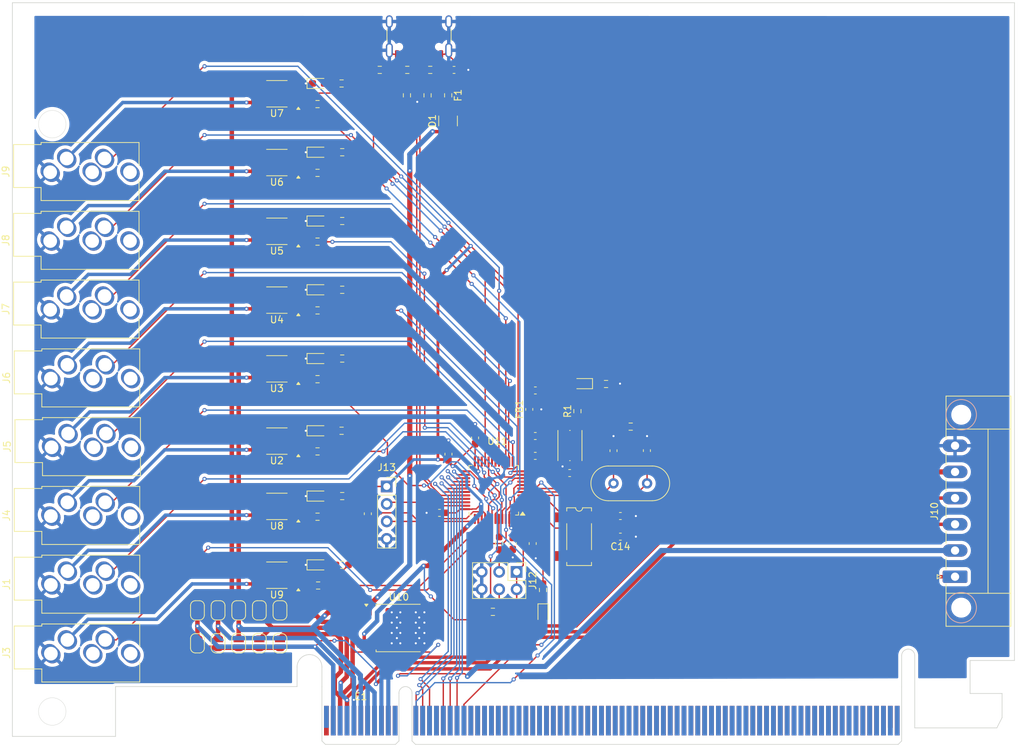
<source format=kicad_pcb>
(kicad_pcb (version 20240108) (generator "pcbnew") (generator_version "8.0")
  (layers (0 "F.Cu" signal) (31 "B.Cu" signal) (34 "B.Paste" user) (35 "F.Paste" user) (36 "B.SilkS" user "B.Silkscreen") (37 "F.SilkS" user "F.Silkscreen") (38 "B.Mask" user) (39 "F.Mask" user) (44 "Edge.Cuts" user))
  (net 0 "")
  (net 1 "Net-(R7-Pad2)")
  (net 2 "GND")
  (net 3 "Net-(C10-Pad1)")
  (net 4 "Net-(R6-Pad2)")
  (net 5 "Net-(J6-PadT)")
  (net 6 "Net-(R5-Pad2)")
  (net 7 "OSC_out_PD1")
  (net 8 "Net-(R4-Pad2)")
  (net 9 "PC15")
  (net 10 "Net-(R3-Pad2)")
  (net 11 "OSC_in_PD0")
  (net 12 "Net-(R2-Pad2)")
  (net 13 "Net-(R8-Pad2)")
  (net 14 "PC14")
  (net 15 "Net-(R9-Pad2)")
  (net 16 "Net-(D2-K)")
  (net 17 "3.3V")
  (net 18 "+5V")
  (net 20 "Net-(D3-K)")
  (net 21 "Net-(D4-A)")
  (net 22 "Net-(D5-A)")
  (net 23 "Net-(D6-A)")
  (net 24 "RESET")
  (net 25 "Net-(D7-A)")
  (net 27 "Net-(D8-A)")
  (net 28 "Net-(D9-A)")
  (net 29 "Net-(D10-A)")
  (net 30 "Net-(D11-A)")
  (net 31 "Net-(D1-A)")
  (net 32 "Net-(JP1-B)")
  (net 34 "NSS1")
  (net 35 "SCLK1")
  (net 37 "PA10_USART1_RX")
  (net 38 "PA9_USART1_TX")
  (net 39 "3.3VA")
  (net 40 "PA8_USART1_CK")
  (net 41 "MISO1")
  (net 42 "MOSI1")
  (net 43 "Net-(J2-CC1)")
  (net 44 "Net-(J2-CC2)")
  (net 45 "PA11")
  (net 46 "+24V")
  (net 47 "+12V")
  (net 48 "-24V")
  (net 49 "Net-(J2-D--PadA7)")
  (net 50 "Net-(J2-D+-PadA6)")
  (net 51 "PA12")
  (net 52 "Net-(J12-Pin_4)")
  (net 53 "Boot1")
  (net 54 "Net-(J12-Pin_3)")
  (net 55 "-12V")
  (net 56 "Boot0")
  (net 57 "PC13")
  (net 58 "O6")
  (net 59 "A5")
  (net 60 "PA14_SWCLK")
  (net 61 "O7")
  (net 62 "A4")
  (net 63 "O8")
  (net 64 "A2")
  (net 65 "A3")
  (net 66 "O4")
  (net 67 "PA13_SWDIO")
  (net 68 "A8")
  (net 69 "A1")
  (net 70 "O1")
  (net 71 "O3")
  (net 72 "A6")
  (net 73 "A7")
  (net 74 "O2")
  (net 75 "O5")
  (net 78 "Net-(JP10-A)")
  (net 79 "Net-(J1-PadT)")
  (net 80 "Net-(J4-PadT)")
  (net 81 "Net-(J5-PadT)")
  (net 82 "Net-(J7-PadT)")
  (net 83 "Net-(J8-PadT)")
  (net 84 "Net-(J9-PadT)")
  (net 221 "Net-(J3-PadT)")
  (footprint "Resistor_SMD:R_0603_1608Metric_Pad0.98x0.95mm_HandSolder" (layer "F.Cu") (at 119.452 107.0736 180)
    (property "Reference" "R3" (hide yes))
    (property "Value" "510")
  )
  (footprint "Resistor_SMD:R_0603_1608Metric_Pad0.98x0.95mm_HandSolder" (layer "F.Cu") (at 135.8395 51.5986)
    (property "Reference" "R12" (hide yes))
    (property "Value" "22")
  )
  (footprint "Package_SO:MFSOP6-4_4.4x3.6mm_P1.27mm" (layer "F.Cu") (at 113.5395 85.0736 180)
    (property "Reference" "U4")
    (property "Value" "TLP175A")
  )
  (footprint "Capacitor_SMD:C_0603_1608Metric_Pad1.08x0.95mm_HandSolder" (layer "F.Cu") (at 138.4895 107.4736 -90)
    (property "Reference" "C2" (hide yes))
    (property "Value" "1u")
  )
  (footprint "Capacitor_SMD:C_0603_1608Metric_Pad1.08x0.95mm_HandSolder" (layer "F.Cu") (at 167.3395 106.9611 -90)
    (property "Reference" "C13" (hide yes))
    (property "Value" "20p")
  )
  (footprint "Package_QFP:LQFP-48_7x7mm_P0.5mm" (layer "F.Cu") (at 145.077 112.7236 180)
    (property "Reference" "U11")
    (property "Value" "STM32F103C8Tx")
  )
  (footprint "Resistor_SMD:R_0603_1608Metric_Pad0.98x0.95mm_HandSolder" (layer "F.Cu") (at 145.8645 120.4361 90)
    (property "Reference" "R16" (hide yes))
    (property "Value" "100k")
  )
  (footprint "Package_SO:MFSOP6-4_4.4x3.6mm_P1.27mm" (layer "F.Cu") (at 113.5395 115.0736 180)
    (property "Reference" "U8")
    (property "Value" "TLP175A")
  )
  (footprint "Button_Switch_SMD:SW_Push_1P1T_NO_Vertical_Wuerth_434133025816" (layer "F.Cu") (at 156.152 106.2236 90)
    (property "Reference" "SW1" (hide yes))
    (property "Value" "RESET")
  )
  (footprint "Package_SO:MFSOP6-4_4.4x3.6mm_P1.27mm" (layer "F.Cu") (at 113.5395 95.0736 180)
    (property "Reference" "U3")
    (property "Value" "TLP175A")
  )
  (footprint "Connector_Audio:Jack_3.5mm_CUI_SJ1-3535NG_Horizontal_CircularHoles" (layer "F.Cu") (at 80.6795 136.4836 90)
    (property "Reference" "J3")
    (property "Value" "AudioJack3_SwitchTR" (hide yes))
  )
  (footprint "LED_SMD:LED_0603_1608Metric_Pad1.05x0.95mm_HandSolder" (layer "F.Cu") (at 119.5845 83.5736)
    (property "Reference" "D4" (hide yes))
    (property "Value" "LED")
  )
  (footprint "Resistor_SMD:R_0603_1608Metric_Pad0.98x0.95mm_HandSolder" (layer "F.Cu") (at 122.952 53.5736 180)
    (property "Reference" "R27" (hide yes))
    (property "Value" "750")
  )
  (footprint "LED_SMD:LED_0603_1608Metric_Pad1.05x0.95mm_HandSolder" (layer "F.Cu") (at 119.5845 113.5736)
    (property "Reference" "D7" (hide yes))
    (property "Value" "LED")
  )
  (footprint "Resistor_SMD:R_0603_1608Metric_Pad0.98x0.95mm_HandSolder" (layer "F.Cu") (at 119.452 56.5736 180)
    (property "Reference" "R8" (hide yes))
    (property "Value" "510")
  )
  (footprint "Package_SO:MFSOP6-4_4.4x3.6mm_P1.27mm" (layer "F.Cu") (at 113.5395 55.0736 180)
    (property "Reference" "U7")
    (property "Value" "TLP175A")
  )
  (footprint "Resistor_SMD:R_1210_3225Metric_Pad1.30x2.65mm_HandSolder" (layer "F.Cu") (at 138.4295 59.0261 90)
    (property "Reference" "D1")
    (property "Value" "Schottky")
  )
  (footprint "Resistor_SMD:R_0603_1608Metric_Pad0.98x0.95mm_HandSolder" (layer "F.Cu") (at 123.0395 63.5736 180)
    (property "Reference" "R25" (hide yes))
    (property "Value" "750")
  )
  (footprint "Resistor_SMD:R_0603_1608Metric_Pad0.98x0.95mm_HandSolder" (layer "F.Cu") (at 119.452 66.5736 180)
    (property "Reference" "R7" (hide yes))
    (property "Value" "510")
  )
  (footprint "Resistor_SMD:R_0603_1608Metric_Pad0.98x0.95mm_HandSolder" (layer "F.Cu") (at 123.0395 123.5736 180)
    (property "Reference" "R26" (hide yes))
    (property "Value" "750")
  )
  (footprint "Jumper:SolderJumper-2_P1.3mm_Open_RoundedPad1.0x1.5mm" (layer "F.Cu") (at 113.9907 130.1882 -90)
    (property "Reference" "JP6" (hide yes))
    (property "Value" "SolderJumper_2_Open" (hide yes))
  )
  (footprint "Jumper:SolderJumper-2_P1.3mm_Open_RoundedPad1.0x1.5mm" (layer "F.Cu") (at 113.9895 134.9736 -90)
    (property "Reference" "JP5" (hide yes))
    (property "Value" "SolderJumper_2_Open" (hide yes))
  )
  (footprint "LED_SMD:LED_0603_1608Metric_Pad1.05x0.95mm_HandSolder" (layer "F.Cu") (at 119.5845 93.5736)
    (property "Reference" "D5" (hide yes))
    (property "Value" "LED")
  )
  (footprint "Capacitor_SMD:C_0603_1608Metric_Pad1.08x0.95mm_HandSolder" (layer "F.Cu") (at 126.7645 116.1411 90)
    (property "Reference" "C15" (hide yes))
    (property "Value" "100n")
  )
  (footprint "Connector_Audio:Jack_3.5mm_CUI_SJ1-3535NG_Horizontal_CircularHoles" (layer "F.Cu") (at 80.5795 66.4836 90)
    (property "Reference" "J9")
    (property "Value" "AudioJack3_SwitchTR" (hide yes))
  )
  (footprint "Capacitor_SMD:C_0603_1608Metric_Pad1.08x0.95mm_HandSolder" (layer "F.Cu") (at 137.184 116.0086)
    (property "Reference" "C6" (hide yes))
    (property "Value" "100n")
  )
  (footprint "Jumper:SolderJumper-2_P1.3mm_Open_RoundedPad1.0x1.5mm" (layer "F.Cu") (at 107.9895 134.9736 -90)
    (property "Reference" "JP2" (hide yes))
    (property "Value" "SolderJumper_2_Open" (hide yes))
  )
  (footprint "Jumper:SolderJumper-2_P1.3mm_Open_RoundedPad1.0x1.5mm" (layer "F.Cu") (at 101.9895 134.9736 -90)
    (property "Reference" "JP4" (hide yes))
    (property "Value" "SolderJumper_2_Open" (hide yes))
  )
  (footprint "Crystal:Crystal_HC49-4H_Vertical" (layer "F.Cu") (at 162.4895 111.7236)
    (property "Reference" "Y2" (hide yes))
    (property "Value" "8MHz")
  )
  (footprint "Resistor_SMD:R_0603_1608Metric_Pad0.98x0.95mm_HandSolder" (layer "F.Cu") (at 152.2395 127.2236 90)
    (property "Reference" "R17" (hide yes))
    (property "Value" "510")
  )
  (footprint "Resistor_SMD:R_0603_1608Metric_Pad0.98x0.95mm_HandSolder" (layer "F.Cu") (at 157.2395 101.2236 90)
    (property "Reference" "R1")
    (property "Value" "10k")
  )
  (footprint "Capacitor_SMD:C_0603_1608Metric_Pad1.08x0.95mm_HandSolder" (layer "F.Cu") (at 151.127 98.2111 180)
    (property "Reference" "C9" (hide yes))
    (property "Value" "1u")
  )
  (footprint "Resistor_SMD:R_0603_1608Metric_Pad0.98x0.95mm_HandSolder" (layer "F.Cu") (at 122.952 104.0736 180)
    (property "Reference" "R21" (hide yes))
    (property "Value" "750")
  )
  (footprint "Jumper:SolderJumper-2_P1.3mm_Open_RoundedPad1.0x1.5mm" (layer "F.Cu") (at 101.9907 130.1882 -90)
    (property "Reference" "JP10" (hide yes))
    (property "Value" "SolderJumper_2_Open" (hide yes))
  )
  (footprint "Resistor_SMD:R_0603_1608Metric_Pad0.98x0.95mm_HandSolder" (layer "F.Cu") (at 132.502 51.5986 180)
    (property "Reference" "R13" (hide yes))
    (property "Value" "22")
  )
  (footprint "Capacitor_SMD:C_0603_1608Metric_Pad1.08x0.95mm_HandSolder" (layer "F.Cu") (at 150.7395 120.4736 90)
    (property "Reference" "C4" (hide yes))
    (property "Value" "100n")
  )
  (footprint "Resistor_SMD:R_0603_1608Metric_Pad0.98x0.95mm_HandSolder" (layer "F.Cu") (at 161.40325 97.2736)
    (property "Reference" "R18" (hide yes))
    (property "Value" "510")
  )
  (footprint "Package_SO:MFSOP6-4_4.4x3.6mm_P1.27mm" (layer "F.Cu") (at 113.5395 125.0736 180)
    (property "Reference" "U9")
    (property "Value" "TLP175A")
  )
  (footprint "Connector_Audio:Jack_3.5mm_CUI_SJ1-3535NG_Horizontal_CircularHoles" (layer "F.Cu") (at 80.7795 106.4836 90)
    (property "Reference" "J5")
    (property "Value" "AudioJack3_SwitchTR" (hide yes))
  )
  (footprint "Package_TO_SOT_SMD:TO-252-2" (layer "F.Cu") (at 131.2795 132.7536)
    (property "Reference" "U10")
    (property "Value" "LP2950-3.3_TO252")
  )
  (footprint "Resistor_SMD:R_0603_1608Metric_Pad0.98x0.95mm_HandSolder" (layer "F.Cu") (at 123.0395 113.5736 180)
    (property "Reference" "R20" (hide yes))
    (property "Value" "750")
  )
  (footprint "Crystal:Crystal_SMD_SeikoEpson_MC306-4Pin_8.0x3.2mm_HandSoldering" (layer "F.Cu") (at 157.4895 119.4736 -90)
    (property "Reference" "Y3" (hide yes))
    (property "Value" "32.768kHz")
  )
  (footprint "Connector_USB:USB_C_Receptacle_GCT_USB4105-xx-A_16P_TopMnt_Horizontal" (layer "F.Cu") (at 134.212 45.6436 180)
    (property "Reference" "J2" (hide yes))
    (property "Value" "USB_C_Receptacle_USB2.0_14P" (hide yes))
  )
  (footprint "Capacitor_SMD:C_0603_1608Metric_Pad1.08x0.95mm_HandSolder" (layer "F.Cu") (at 139.302 51.5986)
    (property "Reference" "C10" (hide yes))
    (property "Value" "100n")
  )
  (footprint "Resistor_SMD:R_0603_1608Metric_Pad0.98x0.95mm_HandSolder" (layer "F.Cu") (at 135.452 55.2986 -90)
    (property "Reference" "R10" (hide yes))
    (property "Value" "5.1k")
  )
  (footprint "LED_SMD:LED_0603_1608Metric_Pad1.05x0.95mm_HandSolder" (layer "F.Cu") (at 119.5845 73.5736)
    (property "Reference" "D9" (hide yes))
    (property "Value" "LED")
  )
  (footprint "Capacitor_SMD:C_0603_1608Metric_Pad1.08x0.95mm_HandSolder" (layer "F.Cu") (at 163.4895 116.4736 180)
    (property "Reference" "C12" (hide yes))
    (property "Value" "20p")
  )
  (footprint "LED_SMD:LED_0603_1608Metric_Pad1.05x0.95mm_HandSolder" (layer "F.Cu") (at 119.5845 63.5736)
    (property "Reference" "D10" (hide yes))
    (property "Value" "LED")
  )
  (footprint "Jumper:SolderJumper-2_P1.3mm_Open_RoundedPad1.0x1.5mm" (layer "F.Cu") (at 107.9907 130.1882 -90)
    (property "Reference" "JP8" (hide yes))
    (property "Value" "SolderJumper_2_Open" (hide yes))
  )
  (footprint "Jumper:SolderJumper-2_P1.3mm_Open_RoundedPad1.0x1.5mm" (layer "F.Cu") (at 104.9895 134.9736 -90)
    (property "Reference" "JP3" (hide yes))
    (property "Value" "SolderJumper_2_Open" (hide yes))
  )
  (footprint "Resistor_SMD:R_0603_1608Metric_Pad0.98x0.95mm_HandSolder" (layer "F.Cu") (at 132.452 55.2986 -90)
    (property "Reference" "R11" (hide yes))
    (property "Value" "5.1k")
  )
  (footprint "Capacitor_SMD:C_0603_1608Metric_Pad1.08x0.95mm_HandSolder" (layer "F.Cu") (at 151.1145 107.7236 180)
    (property "Reference" "C7" (hide yes))
    (property "Value" "1u")
  )
  (footprint "Capacitor_SMD:C_0603_1608Metric_Pad1.08x0.95mm_HandSolder" (layer "F.Cu") (at 151.1145 104.8361 180)
    (property "Reference" "C8" (hide yes))
    (property "Value" "10n")
  )
  (footprint "Resistor_SMD:R_0603_1608Metric_Pad0.98x0.95mm_HandSolder" (layer "F.Cu") (at 144.95 130.4)
    (property "Reference" "R15" (hide yes))
    (property "Value" "100k")
  )
  (footprint "LED_SMD:LED_0603_1608Metric_Pad1.05x0.95mm_HandSolder" (layer "F.Cu") (at 119.5845 104.0736)
    (property "Reference" "D6" (hide yes))
    (property "Value" "LED")
  )
  (footprint "Resistor_SMD:R_0603_1608Metric_Pad0.98x0.95mm_HandSolder" (layer "F.Cu") (at 119.452 76.5736 180)
    (property "Reference" "R6" (hide yes))
    (property "Value" "510")
  )
  (footprint "Resistor_SMD:R_0603_1608Metric_Pad0.98x0.95mm_HandSolder" (layer "F.Cu") (at 123.0395 73.5736 180)
    (property "Reference" "R24" (hide yes))
    (property "Value" "750")
  )
  (footprint "Connector_Audio:Jack_3.5mm_CUI_SJ1-3535NG_Horizontal_CircularHoles" (layer "F.Cu") (at 80.6795 116.4836 90)
    (property "Reference" "J4")
    (property "Value" "AudioJack3_SwitchTR" (hide yes))
  )
  (footprint "Resistor_SMD:R_0603_1608Metric_Pad0.98x0.95mm_HandSolder" (layer "F.Cu") (at 138.452 55.2986 -90)
    (property "Reference" "F1")
    (property "Value" "Polyfuse" (hide yes))
  )
  (footprint "Resistor_SMD:R_0603_1608Metric_Pad0.98x0.95mm_HandSolder" (layer "F.Cu") (at 119.452 96.5736 180)
    (property "Reference" "R4" (hide yes))
    (property "Value" "510")
  )
  (footprint "Connector_Audio:Jack_3.5mm_CUI_SJ1-3535NG_Horizontal_CircularHoles" (layer "F.Cu") (at 80.6795 126.4836 90)
    (property "Reference" "J1")
    (property "Value" "AudioJack3_SwitchTR" (hide yes))
  )
  (footprint "Package_SO:MFSOP6-4_4.4x3.6mm_P1.27mm" (layer "F.Cu") (at 113.5395 75.0736 180)
    (property "Reference" "U5")
    (property "Value" "TLP175A")
  )
  (footprint "Connector_Audio:Jack_3.5mm_CUI_SJ1-3535NG_Horizontal_CircularHoles" (layer "F.Cu") (at 80.5795 76.4836 90)
    (property "Reference" "J8")
    (property "Value" "AudioJack3_SwitchTR" (hide yes))
  )
  (footprint "Package_SO:MFSOP6-4_4.4x3.6mm_P1.27mm" (layer "F.Cu") (at 113.5395 65.0736 180)
    (property "Reference" "U6")
    (property "Value" "TLP175A")
  )
  (footprint "Connector_Phoenix_MC:PhoenixContact_MC_1,5_6-GF-3.81_1x06_P3.81mm_Horizontal_ThreadedFlange_MountHole" (layer "F.Cu") (at 212.15 125.29525 90)
    (property "Reference" "J10")
    (property "Value" "Conn_01x06_Socket")
  )
  (footprint "Connector_Audio:Jack_3.5mm_CUI_SJ1-3535NG_Horizontal_CircularHoles" (layer "F.Cu") (at 80.5795 86.4836 90)
    (property "Reference" "J7")
    (property "Value" "AudioJack3_SwitchTR" (hide yes))
  )
  (footprint "Connector_PCBEdge:BUS_PCIexpress_x16" (layer "F.Cu") (at 120.7395 146.2236)
    (property "Reference" "E1")
    (property "Value" "~" (hide yes))
    (fp_line (start -0.65 -4.95) (end -0.65 2.95) (stroke (width 0.1)) (layer "Edge.Cuts"))
    (fp_line (start -0.65 2.95) (end -0.15 3.45) (stroke (width 0.1)) (layer "Edge.Cuts"))
    (fp_line (start -0.15 3.45) (end 10.05 3.45) (stroke (width 0.1)) (layer "Edge.Cuts"))
    (fp_line (start 10.55 -4) (end 10.55 2.95) (stroke (width 0.1)) (layer "Edge.Cuts"))
    (fp_line (start 10.55 2.95) (end 10.05 3.45) (stroke (width 0.1)) (layer "Edge.Cuts"))
    (fp_line (start 12.45 -4) (end 12.45 2.95) (stroke (width 0.1)) (layer "Edge.Cuts"))
    (fp_line (start 12.45 2.95) (end 12.95 3.45) (stroke (width 0.1)) (layer "Edge.Cuts"))
    (fp_line (start 12.95 3.45) (end 83.15 3.45) (stroke (width 0.1)) (layer "Edge.Cuts"))
    (fp_line (start 83.65 -4.95) (end 83.65 2.95) (stroke (width 0.1)) (layer "Edge.Cuts"))
    (fp_line (start 83.65 2.95) (end 83.15 3.45) (stroke (width 0.1)) (layer "Edge.Cuts"))
    (fp_arc (start 10.55 -4) (mid 11.5 -4.95) (end 12.45 -4) (stroke (width 0.1)) (layer "Edge.Cuts"))
  )
  (footprint "Resistor_SMD:R_0603_1608Metric_Pad0.98x0.95mm_HandSolder" (layer "F.Cu") (at 164.9895 103.4736)
    (property "Reference" "R19" (hide yes))
    (property "Value" "1M")
  )
  (footprint "Connector_Audio:Jack_3.5mm_CUI_SJ1-3535NG_Horizontal_CircularHoles" (layer "F.Cu") (at 80.6795 96.4836 90)
    (property "Reference" "J6")
    (property "Value" "AudioJack3_SwitchTR" (hide yes))
  )
  (footprint "Capacitor_SMD:C_0603_1608Metric_Pad1.08x0.95mm_HandSolder" (layer "F.Cu") (at 156.1145 110.2236)
    (property "Reference" "C1" (hide yes))
    (property "Value" "1u")
  )
  (footprint "Jumper:SolderJumper-2_P1.3mm_Open_RoundedPad1.0x1.5mm" (layer "F.Cu") (at 110.9907 130.1882 -90)
    (property "Reference" "JP7" (hide yes))
    (property "Value" "SolderJumper_2_Open" (hide yes))
  )
  (footprint "Jumper:SolderJumper-2_P1.3mm_Open_RoundedPad1.0x1.5mm" (layer "F.Cu") (at 110.9895 134.9736 -90)
    (property "Reference" "JP1" (hide yes))
    (property "Value" "SolderJumper_2_Open" (hide yes))
  )
  (footprint "Capacitor_SMD:C_0603_1608Metric_Pad1.08x0.95mm_HandSolder" (layer "F.Cu") (at 162.4895 106.9736 -90)
    (property "Reference" "C11" (hide yes))
    (property "Value" "20p")
  )
  (footprint "Capacitor_SMD:C_0603_1608Metric_Pad1.08x0.95mm_HandSolder" (layer "F.Cu") (at 147.8395 120.4611 90)
    (property "Reference" "C3" (hide yes))
    (property "Value" "100n")
  )
  (footprint "Resistor_SMD:R_0603_1608Metric_Pad0.98x0.95mm_HandSolder" (layer "F.Cu") (at 119.452 116.5736 180)
    (property "Reference" "R2" (hide yes))
    (property "Value" "510")
  )
  (footprint "LED_SMD:LED_0603_1608Metric" (layer "F.Cu") (at 152.2395 130.7236 -90)
    (property "Reference" "D3" (hide yes))
    (property "Value" "PC13_LED")
  )
  (footprint "Capacitor_SMD:C_0603_1608Metric_Pad1.08x0.95mm_HandSolder" (layer "F.Cu") (at 163.4895 119.4736 180)
    (property "Reference" "C14")
    (property "Value" "20p")
  )
  (footprint "Capacitor_SMD:C_0603_1608Metric_Pad1.08x0.95mm_HandSolder" (layer "F.Cu") (at 150.2395 100.9611 90)
    (property "Reference" "FB1")
    (property "Value" "120R@100M")
  )
  (footprint "LED_SMD:LED_0603_1608Metric_Pad1.05x0.95mm_HandSolder" (layer "F.Cu") (at 119.5845 53.5736)
    (property "Reference" "D11" (hide yes))
    (property "Value" "LED")
  )
  (footprint "LED_SMD:LED_0603_1608Metric" (layer "F.Cu") (at 157.952 97.2236 180)
    (property "Reference" "D2" (hide yes))
    (property "Value" "PWR")
  )
  (footprint "Resistor_SMD:R_0603_1608Metric_Pad0.98x0.95mm_HandSolder" (layer "F.Cu") (at 128.502 51.5986)
    (property "Reference" "R14" (hide yes))
    (property "Value" "4.7k")
  )
  (footprint "Jumper:SolderJumper-2_P1.3mm_Open_RoundedPad1.0x1.5mm" (layer "F.Cu") (at 104.9907 130.1882 -90)
    (property "Reference" "JP9" (hide yes))
    (property "Value" "SolderJumper_2_Open" (hide yes))
  )
  (footprint "Resistor_SMD:R_0603_1608Metric_Pad0.98x0.95mm_HandSolder" (layer "F.Cu") (at 123.0395 93.5736 180)
    (property "Reference" "R22" (hide yes))
    (property "Value" "750")
  )
  (footprint "Connector_PinHeader_2.54mm:PinHeader_2x03_P2.54mm_Vertical" (layer "F.Cu") (at 148.4045 124.5886 -90)
    (property "Reference" "J12")
    (property "Value" "Conn_02x03_Odd_Even")
  )
  (footprint "Resistor_SMD:R_0603_1608Metric_Pad0.98x0.95mm_HandSolder" (layer "F.Cu") (at 119.452 86.5736 180)
    (property "Reference" "R5" (hide yes))
    (property "Value" "510")
  )
  (footprint "Capacitor_SMD:C_0603_1608Metric_Pad1.08x0.95mm_HandSolder" (layer "F.Cu") (at 142.3645 105.1111 -90)
    (property "Reference" "C5" (hide yes))
    (property "Value" "100n")
  )
  (footprint "Resistor_SMD:R_0603_1608Metric_Pad0.98x0.95mm_HandSolder" (layer "F.Cu") (at 119.5395 126.5736 180)
    (property "Reference" "R9" (hide yes))
    (property "Value" "510")
  )
  (footprint "Connector_PinSocket_2.54mm:PinSocket_1x04_P2.54mm_Vertical" (layer "F.Cu") (at 129.5145 112.1736)
    (property "Reference" "J13")
    (property "Value" "Conn_01x04")
  )
  (footprint "LED_SMD:LED_0603_1608Metric_Pad1.05x0.95mm_HandSolder" (layer "F.Cu") (at 119.5845 123.5736)
    (property "Reference" "D8" (hide yes))
    (property "Value" "LED")
  )
  (footprint "Resistor_SMD:R_0603_1608Metric_Pad0.98x0.95mm_HandSolder" (layer "F.Cu") (at 123.0395 83.5736 180)
    (property "Reference" "R23" (hide yes))
    (property "Value" "750")
  )
  (footprint "Package_SO:MFSOP6-4_4.4x3.6mm_P1.27mm" (layer "F.Cu") (at 113.5395 105.5736 180)
    (property "Reference" "U2")
    (property "Value" "TLP175A")
  )
  (gr_circle (center 80.8795 144.8936) (end 82.8795 144.8936) (stroke (width 0.05)) (fill none) (layer "Edge.Cuts"))
  (gr_line (start 218.9895 142.2736) (end 214.3413 142.2736) (stroke (width 0.1)) (layer "Edge.Cuts"))
  (gr_line (start 220.7895 41.8336) (end 75.0795 41.8336) (stroke (width 0.1)) (layer "Edge.Cuts"))
  (gr_circle (center 80.8795 59.4936) (end 82.8795 59.4936) (stroke (width 0.05)) (fill none) (layer "Edge.Cuts"))
  (gr_line (start 120.0895 141.2736) (end 120.0895 138.4236) (stroke (width 0.1)) (layer "Edge.Cuts"))
  (gr_arc (start 204.3895 136.7736) (mid 205.3395 135.8236) (end 206.2895 136.7736) (stroke (width 0.1)) (layer "Edge.Cuts"))
  (gr_line (start 75.0795 148.5136) (end 90.0795 148.5136) (stroke (width 0.1)) (layer "Edge.Cuts"))
  (gr_line (start 204.3895 141.2736) (end 204.3895 136.7736) (stroke (width 0.1)) (layer "Edge.Cuts"))
  (gr_line (start 116.479486 138.4236) (end 116.4795 141.2736) (stroke (width 0.1)) (layer "Edge.Cuts"))
  (gr_line (start 75.0795 41.8336) (end 75.0795 148.5136) (stroke (width 0.1)) (layer "Edge.Cuts"))
  (gr_line (start 206.2895 136.7736) (end 206.2895 147.2736) (stroke (width 0.1)) (layer "Edge.Cuts"))
  (gr_arc (start 116.479486 138.4236) (mid 118.284493 136.618593) (end 120.0895 138.4236) (stroke (width 0.1)) (layer "Edge.Cuts"))
  (gr_line (start 116.4795 141.2736) (end 90.0795 141.2736) (stroke (width 0.1)) (layer "Edge.Cuts"))
  (gr_line (start 214.3413 137.474855) (end 220.7895 137.474855) (stroke (width 0.1)) (layer "Edge.Cuts"))
  (gr_line (start 214.3413 142.2736) (end 214.3413 137.4736) (stroke (width 0.1)) (layer "Edge.Cuts"))
  (gr_line (start 220.7895 137.474855) (end 220.7895 41.8336) (stroke (width 0.1)) (layer "Edge.Cuts"))
  (gr_line (start 218.9895 145.7836) (end 218.2295 147.2736) (stroke (width 0.1)) (layer "Edge.Cuts"))
  (gr_line (start 218.2295 147.2736) (end 206.2895 147.2736) (stroke (width 0.1)) (layer "Edge.Cuts"))
  (gr_line (start 218.9895 145.7836) (end 218.9895 142.2736) (stroke (width 0.1)) (layer "Edge.Cuts"))
  (gr_line (start 90.0795 148.5136) (end 90.0795 141.2736) (stroke (width 0.1)) (layer "Edge.Cuts"))
  (segment (start 118.5395 66.5736) (end 116.9195 66.5736) (width 0.2) (layer "F.Cu") (net 1))
  (segment (start 116.9195 66.5736) (end 116.6895 66.3436) (width 0.2) (layer "F.Cu") (net 1))
  (segment (start 116.9195 63.5736) (end 116.6895 63.8036) (width 0.2) (layer "F.Cu") (net 2))
  (segment (start 137.957 49.3236) (end 138.532 48.7486) (width 0.2) (layer "F.Cu") (net 2))
  (segment (start 147.327 115.9251) (end 147.327 116.8861) (width 0.2) (layer "F.Cu") (net 2))
  (segment (start 137.412 49.3236) (end 137.957 49.3236) (width 0.2) (layer "F.Cu") (net 2))
  (segment (start 117.7395 53.5736) (end 118.7095 53.5736) (width 0.2) (layer "F.Cu") (net 2))
  (segment (start 128.0545 119.7936) (end 129.5145 119.7936) (width 0.2) (layer "F.Cu") (net 2))
  (segment (start 162.4895 104.8486) (end 162.4895 106.1111) (width 0.2) (layer "F.Cu") (net 2))
  (segment (start 117.7395 93.5736) (end 116.9195 93.5736) (width 0.2) (layer "F.Cu") (net 2))
  (segment (start 142.3645 104.1236) (end 142.2395 104.2486) (width 0.2) (layer "F.Cu") (net 2))
  (segment (start 147.623449 118.220617) (end 147.327 117.924168) (width 0.2) (layer "F.Cu") (net 2))
  (segment (start 148.0645 113.728071) (end 148.0645 115.1876) (width 0.2) (layer "F.Cu") (net 2))
  (segment (start 149.2395 111.9736) (end 148.46959 111.9736) (width 0.2) (layer "F.Cu") (net 2))
  (segment (start 155.077 109.2611) (end 155.077 110.0486) (width 0.2) (layer "F.Cu") (net 2))
  (segment (start 135.309 116.0086) (end 136.3215 116.0086) (width 0.2) (layer "F.Cu") (net 2))
  (segment (start 164.352 119.4736) (end 165.7395 119.4736) (width 0.2) (layer "F.Cu") (net 2))
  (segment (start 117.7395 104.0736) (end 118.7095 104.0736) (width 0.2) (layer "F.Cu") (net 2))
  (segment (start 167.3645 106.0736) (end 167.3395 106.0986) (width 0.2) (layer "F.Cu") (net 2))
  (segment (start 151.977 101.0986) (end 151.977 104.8361) (width 0.2) (layer "F.Cu") (net 2))
  (segment (start 155.077 104.1486) (end 155.077 108.2986) (width 0.2) (layer "F.Cu") (net 2))
  (segment (start 148.0055 112.43769) (end 148.0055 113.669071) (width 0.2) (layer "F.Cu") (net 2))
  (segment (start 151.977 107.7236) (end 151.977 104.8361) (width 0.2) (layer "F.Cu") (net 2))
  (segment (start 150.7395 122.1716) (end 150.7395 121.3361) (width 0.2) (layer "F.Cu") (net 2))
  (segment (start 116.9195 123.5736) (end 116.6895 123.8036) (width 0.2) (layer "F.Cu") (net 2))
  (segment (start 163.43825 97.2236) (end 162.36575 97.2236) (width 0.2) (layer "F.Cu") (net 2))
  (segment (start 142.3645 103.0986) (end 142.3645 104.1236) (width 0.2) (layer "F.Cu") (net 2))
  (segment (start 116.9195 104.0736) (end 116.6895 104.3036) (width 0.2) (layer "F.Cu") (net 2))
  (segment (start 117.7395 113.5736) (end 118.7095 113.5736) (width 0.2) (layer "F.Cu") (net 2))
  (segment (start 117.7395 123.5736) (end 116.9195 123.5736) (width 0.2) (layer "F.Cu") (net 2))
  (segment (start 151.9895 100.9611) (end 151.9895 98.2111) (width 0.2) (layer "F.Cu") (net 2))
  (segment (start 117.7395 104.0736) (end 116.9195 104.0736) (width 0.2) (layer "F.Cu") (net 2))
  (segment (start 148.46959 111.9736) (end 148.0055 112.43769) (width 0.2) (layer "F.Cu") (net 2))
  (segment (start 117.7395 123.5736) (end 118.7095 123.5736) (width 0.2) (layer "F.Cu") (net 2))
  (segment (start 140.1645 51.5986) (end 140.1645 51.1211) (width 0.2) (layer "F.Cu") (net 2))
  (segment (start 155.077 110.0486) (end 155.252 110.2236) (width 0.2) (layer "F.Cu") (net 2))
  (segment (start 117.7395 83.5736) (end 118.7095 83.5736) (width 0.2) (layer "F.Cu") (net 2))
  (segment (start 137.3565 114.9736) (end 136.3215 116.0086) (width 0.2) (layer "F.Cu") (net 2))
  (segment (start 126.7645 117.0036) (end 126.7645 118.5036) (width 0.2) (layer "F.Cu") (net 2))
  (segment (start 162.36575 97.2236) (end 162.31575 97.2736) (width 0.2) (layer "F.Cu") (net 2))
  (segment (start 133.9145 56.2111) (end 133.952 56.2486) (width 0.2) (layer "F.Cu") (net 2))
  (segment (start 116.9195 93.5736) (end 116.6895 93.8036) (width 0.2) (layer "F.Cu") (net 2))
  (segment (start 130.467 49.3236) (end 129.892 48.7486) (width 0.2) (layer "F.Cu") (net 2))
  (segment (start 148.0645 115.1876) (end 147.327 115.9251) (width 0.2) (layer "F.Cu") (net 2))
  (segment (start 116.9195 53.5736) (end 116.6895 53.8036) (width 0.2) (layer "F.Cu") (net 2))
  (segment (start 167.3645 104.8486) (end 167.3645 106.0736) (width 0.2) (layer "F.Cu") (net 2))
  (segment (start 132.452 56.2111) (end 133.9145 56.2111) (width 0.2) (layer "F.Cu") (net 2))
  (segment (start 117.7395 73.5736) (end 118.7095 73.5736) (width 0.2) (layer "F.Cu") (net 2))
  (segment (start 116.9195 83.5736) (end 116.6895 83.8036) (width 0.2) (layer "F.Cu") (net 2))
  (segment (start 138.4895 105.4736) (end 138.4895 106.6111) (width 0.2) (layer "F.Cu") (net 2))
  (segment (start 148.0055 113.669071) (end 148.0645 113.728071) (width 0.2) (layer "F.Cu") (net 2))
  (segment (start 117.7395 93.5736) (end 118.7095 93.5736) (width 0.2) (layer "F.Cu") (net 2))
  (segment (start 117.7395 73.5736) (end 116.9195 73.5736) (width 0.2) (layer "F.Cu") (net 2))
  (segment (start 126.7645 118.5036) (end 128.0545 119.7936) (width 0.2) (layer "F.Cu") (net 2))
  (segment (start 155.077 109.2611) (end 155.077 108.2986) (width 0.2) (layer "F.Cu") (net 2))
  (segment (start 140.9145 114.9736) (end 137.3565 114.9736) (width 0.2) (layer "F.Cu") (net 2))
  (segment (start 138.532 49.4886) (end 138.532 48.7486) (width 0.2) (layer "F.Cu") (net 2))
  (segment (start 117.7395 63.5736) (end 118.7095 63.5736) (width 0.2) (layer "F.Cu") (net 2))
  (segment (start 131.012 49.3236) (end 130.467 49.3236) (width 0.2) (layer "F.Cu") (net 2))
  (segment (start 151.9895 100.9611) (end 151.9895 101.0861) (width 0.2) (layer "F.Cu") (net 2))
  (segment (start 116.9195 113.5736) (end 116.6895 113.8036) (width 0.2) (layer "F.Cu") (net 2))
  (segment (start 151.1805 122.6126) (end 150.7395 122.1716) (width 0.2) (layer "F.Cu") (net 2))
  (segment (start 135.452 56.2111) (end 133.9895 56.2111) (width 0.2) (layer "F.Cu") (net 2))
  (segment (start 133.9895 56.2111) (end 133.952 56.2486) (width 0.2) (layer "F.Cu") (net 2))
  (segment (start 140.1645 51.1211) (end 138.532 49.4886) (width 0.2) (layer "F.Cu") (net 2))
  (segment (start 151.9895 101.0861) (end 151.977 101.0986) (width 0.2) (layer "F.Cu") (net 2))
  (segment (start 164.352 116.4736) (end 165.7395 116.4736) (width 0.2) (layer "F.Cu") (net 2))
  (segment (start 142.827 109.9736) (end 142.827 108.5611) (width 0.2) (layer "F.Cu") (net 2))
  (segment (start 116.9195 73.5736) (end 116.6895 73.8036) (width 0.2) (layer "F.Cu") (net 2))
  (segment (start 147.8395 122.4856) (end 147.8395 121.3236) (width 0.2) (layer "F.Cu") (net 2))
  (segment (start 117.7395 83.5736) (end 116.9195 83.5736) (width 0.2) (layer "F.Cu") (net 2))
  (segment (start 117.7395 53.5736) (end 116.9195 53.5736) (width 0.2) (layer "F.Cu") (net 2))
  (segment (start 117.7395 63.5736) (end 116.9195 63.5736) (width 0.2) (layer "F.Cu") (net 2))
  (segment (start 141.377 51.5986) (end 140.1645 51.5986) (width 0.2) (layer "F.Cu") (net 2))
  (segment (start 147.327 117.924168) (end 147.327 116.8861) (width 0.2) (layer "F.Cu") (net 2))
  (segment (start 117.7395 113.5736) (end 116.9195 113.5736) (width 0.2) (layer "F.Cu") (net 2))
  (via (at 134.9895 131.9736) (size 0.6) (drill 0.3) (layers "F.Cu" "B.Cu") (net 2))
  (via (at 117.7395 113.5736) (size 0.6) (drill 0.3) (layers "F.Cu" "B.Cu") (net 2))
  (via (at 117.7395 93.5736) (size 0.6) (drill 0.3) (layers "F.Cu" "B.Cu") (net 2))
  (via (at 142.827 109.9736) (size 0.6) (drill 0.3) (layers "F.Cu" "B.Cu") (net 2))
  (via (at 117.7395 104.0736) (size 0.6) (drill 0.3) (layers "F.Cu" "B.Cu") (net 2))
  (via (at 134.9895 134.9736) (size 0.6) (drill 0.3) (layers "F.Cu" "B.Cu") (net 2))
  (via (at 151.1805 122.6126) (size 0.6) (drill 0.3) (layers "F.Cu" "B.Cu") (net 2))
  (via (at 131.4895 133.4736) (size 0.6) (drill 0.3) (layers "F.Cu" "B.Cu") (net 2))
  (via (at 165.7395 116.4736) (size 0.6) (drill 0.3) (layers "F.Cu" "B.Cu") (net 2))
  (via (at 130.9895 132.7236) (size 0.6) (drill 0.3) (layers "F.Cu" "B.Cu") (net 2))
  (via (at 131.4895 130.4736) (size 0.6) (drill 0.3) (layers "F.Cu" "B.Cu") (net 2))
  (via (at 130.2395 131.9736) (size 0.6) (drill 0.3) (layers "F.Cu" "B.Cu") (net 2))
  (via (at 162.4895 104.8486) (size 0.6) (drill 0.3) (layers "F.Cu" "B.Cu") (net 2))
  (via (at 133.7395 131.9736) (size 0.6) (drill 0.3) (layers "F.Cu" "B.Cu") (net 2))
  (via (at 134.2395 134.2236) (size 0.6) (drill 0.3) (layers "F.Cu" "B.Cu") (net 2))
  (via (at 134.2395 132.7236) (size 0.6) (drill 0.3) (layers "F.Cu" "B.Cu") (net 2))
  (via (at 133.7395 130.4736) (size 0.6) (drill 0.3) (layers "F.Cu" "B.Cu") (net 2))
  (via (at 134.2395 131.2236) (size 0.6) (drill 0.3) (layers "F.Cu" "B.Cu") (net 2))
  (via (at 147.8395 122.4856) (size 0.6) (drill 0.3) (layers "F.Cu" "B.Cu") (net 2))
  (via (at 155.077 109.2611) (size 0.6) (drill 0.3) (layers "F.Cu" "B.Cu") (net 2))
  (via (at 147.623449 118.220617) (size 0.6) (drill 0.3) (layers "F.Cu" "B.Cu") (net 2))
  (via (at 135.309 116.0086) (size 0.6) (drill 0.3) (layers "F.Cu" "B.Cu") (net 2))
  (via (at 130.2395 133.4736) (size 0.6) (drill 0.3) (layers "F.Cu" "B.Cu") (net 2))
  (via (at 130.9895 134.2236) (size 0.6) (drill 0.3) (layers "F.Cu" "B.Cu") (net 2))
  (via (at 167.3645 104.8486) (size 0.6) (drill 0.3) (layers "F.Cu" "B.Cu") (net 2))
  (via (at 117.7395 123.5736) (size 0.6) (drill 0.3) (layers "F.Cu" "B.Cu") (net 2))
  (via (at 165.7395 119.4736) (size 0.6) (drill 0.3) (layers "F.Cu" "B.Cu") (net 2))
  (via (at 138.4895 105.4736) (size 0.6) (drill 0.3) (layers "F.Cu" "B.Cu") (net 2))
  (via (at 130.2395 134.9736) (size 0.6) (drill 0.3) (layers "F.Cu" "B.Cu") (net 2))
  (via (at 117.7395 73.5736) (size 0.6) (drill 0.3) (layers "F.Cu" "B.Cu") (net 2))
  (via (at 133.952 56.2486) (size 0.6) (drill 0.3) (layers "F.Cu" "B.Cu") (net 2))
  (via (at 131.4895 131.9736) (size 0.6) (drill 0.3) (layers "F.Cu" "B.Cu") (net 2))
  (via (at 133.7395 133.4736) (size 0.6) (drill 0.3) (layers "F.Cu" "B.Cu") (net 2))
  (via (at 117.7395 63.5736) (size 0.6) (drill 0.3) (layers "F.Cu" "B.Cu") (net 2))
  (via (at 142.3645 103.0986) (size 0.6) (drill 0.3) (layers "F.Cu" "B.Cu") (net 2))
  (via (at 117.7395 53.5736) (size 0.6) (drill 0.3) (layers "F.Cu" "B.Cu") (net 2))
  (via (at 134.9895 130.4736) (size 0.6) (drill 0.3) (layers "F.Cu" "B.Cu") (net 2))
  (via (at 133.7395 134.9736) (size 0.6) (drill 0.3) (layers "F.Cu" "B.Cu") (net 2))
  (via (at 130.9895 131.2236) (size 0.6) (drill 0.3) (layers "F.Cu" "B.Cu") (net 2))
  (via (at 131.4895 134.9736) (size 0.6) (drill 0.3) (layers "F.Cu" "B.Cu") (net 2))
  (via (at 130.2395 130.4736) (size 0.6) (drill 0.3) (layers "F.Cu" "B.Cu") (net 2))
  (via (at 151.9895 100.9611) (size 0.6) (drill 0.3) (layers "F.Cu" "B.Cu") (net 2))
  (via (at 141.377 51.5986) (size 0.6) (drill 0.3) (layers "F.Cu" "B.Cu") (net 2))
  (via (at 117.7395 83.5736) (size 0.6) (drill 0.3) (layers "F.Cu" "B.Cu") (net 2))
  (via (at 134.9895 133.4736) (size 0.6) (drill 0.3) (layers "F.Cu" "B.Cu") (net 2))
  (via (at 163.43825 97.2236) (size 0.6) (drill 0.3) (layers "F.Cu" "B.Cu") (net 2))
  (segment (start 128.7395 136.2906) (end 132.7655 132.2646) (width 0.6) (layer "B.Cu") (net 2))
  (segment (start 128.7395 146.2236) (end 128.7395 136.2906) (width 0.6) (layer "B.Cu") (net 2))
  (segment (start 129.7395 135.2906) (end 132.7655 132.2646) (width 0.6) (layer "B.Cu") (net 2))
  (segment (start 129.7395 146.2236) (end 129.7395 135.2906) (width 0.6) (layer "B.Cu") (net 2))
  (segment (start 138.4395 51.5986) (end 138.4395 54.3736) (width 0.2) (layer "F.Cu") (net 3))
  (segment (start 132.72959 47.9486) (end 135.8255 47.9486) (width 0.2) (layer "F.Cu") (net 3))
  (segment (start 138.4395 51.5986) (end 136.612 49.7711) (width 0.2) (layer "F.Cu") (net 3))
  (segment (start 131.812 49.3236) (end 131.812 48.86619) (width 0.2) (layer "F.Cu") (net 3))
  (segment (start 136.612 49.7711) (end 136.612 49.3236) (width 0.2) (layer "F.Cu") (net 3))
  (segment (start 138.4395 54.3736) (end 138.452 54.3861) (width 0.2) (layer "F.Cu") (net 3))
  (segment (start 131.812 48.86619) (end 132.72959 47.9486) (width 0.2) (layer "F.Cu") (net 3))
  (segment (start 135.8255 47.9486) (end 136.612 48.7351) (width 0.2) (layer "F.Cu") (net 3))
  (segment (start 136.612 48.7351) (end 136.612 49.3236) (width 0.2) (layer "F.Cu") (net 3))
  (segment (start 118.5395 76.5736) (end 116.9195 76.5736) (width 0.2) (layer "F.Cu") (net 4))
  (segment (start 116.9195 76.5736) (end 116.6895 76.3436) (width 0.2) (layer "F.Cu") (net 4))
  (segment (start 111.7595 84.9736) (end 110.3895 86.3436) (width 0.2) (layer "F.Cu") (net 5))
  (segment (start 122.552 84.9736) (end 111.7595 84.9736) (width 0.2) (layer "F.Cu") (net 5))
  (segment (start 109.1145 86.3436) (end 110.3895 86.3436) (width 0.5) (layer "F.Cu") (net 5))
  (segment (start 123.952 83.5736) (end 122.552 84.9736) (width 0.2) (layer "F.Cu") (net 5))
  (via (at 109.1145 86.3436) (size 0.6) (drill 0.3) (layers "F.Cu" "B.Cu") (net 5))
  (segment (start 86.2295 91.3336) (end 83.0795 94.4836) (width 0.5) (layer "B.Cu") (net 5))
  (segment (start 92.2445 91.3336) (end 86.2295 91.3336) (width 0.5) (layer "B.Cu") (net 5))
  (segment (start 97.2345 86.3436) (end 92.2445 91.3336) (width 0.5) (layer "B.Cu") (net 5))
  (segment (start 109.1145 86.3436) (end 97.2345 86.3436) (width 0.5) (layer "B.Cu") (net 5))
  (segment (start 118.5395 86.5736) (end 116.9195 86.5736) (width 0.2) (layer "F.Cu") (net 6))
  (segment (start 116.9195 86.5736) (end 116.6895 86.3436) (width 0.2) (layer "F.Cu") (net 6))
  (segment (start 162.4895 111.7236) (end 162.4895 107.8361) (width 0.2) (layer "F.Cu") (net 7))
  (segment (start 164.077 103.4736) (end 164.077 106.2486) (width 0.2) (layer "F.Cu") (net 7))
  (segment (start 164.077 106.2486) (end 162.4895 107.8361) (width 0.2) (layer "F.Cu") (net 7))
  (segment (start 161.2395 112.9736) (end 162.4895 111.7236) (width 0.2) (layer "F.Cu") (net 7))
  (segment (start 149.2395 112.9736) (end 161.2395 112.9736) (width 0.2) (layer "F.Cu") (net 7))
  (segment (start 116.9195 96.5736) (end 116.6895 96.3436) (width 0.2) (layer "F.Cu") (net 8))
  (segment (start 118.5395 96.5736) (end 116.9195 96.5736) (width 0.2) (layer "F.Cu") (net 8))
  (segment (start 161.102 115.2236) (end 156.8495 115.2236) (width 0.2) (layer "F.Cu") (net 9))
  (segment (start 149.2395 113.9736) (end 152.7295 113.9736) (width 0.2) (layer "F.Cu") (net 9))
  (segment (start 156.8495 115.2236) (end 155.4145 116.6586) (width 0.2) (layer "F.Cu") (net 9))
  (segment (start 152.7295 113.9736) (end 155.4145 116.6586) (width 0.2) (layer "F.Cu") (net 9))
  (segment (start 162.2395 116.3611) (end 161.102 115.2236) (width 0.2) (layer "F.Cu") (net 9))
  (segment (start 116.9195 107.0736) (end 116.6895 106.8436) (width 0.2) (layer "F.Cu") (net 10))
  (segment (start 118.5395 107.0736) (end 116.9195 107.0736) (width 0.2) (layer "F.Cu") (net 10))
  (segment (start 149.2395 113.4736) (end 165.6195 113.4736) (width 0.2) (layer "F.Cu") (net 11))
  (segment (start 165.902 106.3861) (end 167.3395 107.8236) (width 0.2) (layer "F.Cu") (net 11))
  (segment (start 167.3695 111.7236) (end 167.3695 108.0936) (width 0.2) (layer "F.Cu") (net 11))
  (segment (start 165.6195 113.4736) (end 167.3695 111.7236) (width 0.2) (layer "F.Cu") (net 11))
  (segment (start 165.902 103.4736) (end 165.902 106.3861) (width 0.2) (layer "F.Cu") (net 11))
  (segment (start 118.5395 116.5736) (end 116.9195 116.5736) (width 0.2) (layer "F.Cu") (net 12))
  (segment (start 116.9195 116.5736) (end 116.6895 116.3436) (width 0.2) (layer "F.Cu") (net 12))
  (segment (start 118.5395 56.5736) (end 116.9195 56.5736) (width 0.2) (layer "F.Cu") (net 13))
  (segment (start 116.9195 56.5736) (end 116.6895 56.3436) (width 0.2) (layer "F.Cu") (net 13))
  (segment (start 151.7395 114.4736) (end 149.2395 114.4736) (width 0.2) (layer "F.Cu") (net 14))
  (segment (start 153.9895 118.2236) (end 152.9895 117.2236) (width 0.2) (layer "F.Cu") (net 14))
  (segment (start 162.627 119.4736) (end 162.3795 119.4736) (width 0.2) (layer "F.Cu") (net 14))
  (segment (start 152.9895 115.7236) (end 151.7395 114.4736) (width 0.2) (layer "F.Cu") (net 14))
  (segment (start 152.9895 117.2236) (end 152.9895 115.7236) (width 0.2) (layer "F.Cu") (net 14))
  (segment (start 162.3795 119.4736) (end 159.5645 116.6586) (width 0.2) (layer "F.Cu") (net 14))
  (segment (start 159.5645 116.6586) (end 157.9995 118.2236) (width 0.2) (layer "F.Cu") (net 14))
  (segment (start 157.9995 118.2236) (end 153.9895 118.2236) (width 0.2) (layer "F.Cu") (net 14))
  (segment (start 118.627 126.5736) (end 116.9195 126.5736) (width 0.2) (layer "F.Cu") (net 15))
  (segment (start 116.9195 126.5736) (end 116.6895 126.3436) (width 0.2) (layer "F.Cu") (net 15))
  (segment (start 160.44075 97.2236) (end 160.49075 97.2736) (width 0.2) (layer "F.Cu") (net 16))
  (segment (start 158.9895 97.2236) (end 159.0395 97.2736) (width 0.2) (layer "F.Cu") (net 16))
  (segment (start 158.7395 97.2236) (end 158.9895 97.2236) (width 0.2) (layer "F.Cu") (net 16))
  (segment (start 158.53825 97.2236) (end 160.44075 97.2236) (width 0.2) (layer "F.Cu") (net 16))
  (segment (start 158.48825 97.2736) (end 158.53825 97.2236) (width 0.2) (layer "F.Cu") (net 16))
  (segment (start 136.9565 108.2616) (end 138.415 108.2616) (width 0.4) (layer "F.Cu") (net 17))
  (segment (start 139.6235 116.0086) (end 138.0465 116.0086) (width 0.2) (layer "F.Cu") (net 17))
  (segment (start 140.1585 115.4736) (end 139.6235 116.0086) (width 0.2) (layer "F.Cu") (net 17))
  (segment (start 150.527 131.5111) (end 148.4045 129.3886) (width 0.2) (layer "F.Cu") (net 17))
  (segment (start 140.9145 115.4736) (end 140.1585 115.4736) (width 0.2) (layer "F.Cu") (net 17))
  (segment (start 150.2395 98.2361) (end 150.2645 98.2111) (width 0.2) (layer "F.Cu") (net 17))
  (segment (start 142.3645 108.5236) (end 142.327 108.5611) (width 0.2) (layer "F.Cu") (net 17))
  (segment (start 157.1645 97.2236) (end 150.7395 97.2236) (width 0.2) (layer "F.Cu") (net 17))
  (segment (start 142.3645 106.0986) (end 142.3645 108.5236) (width 0.2) (layer "F.Cu") (net 17))
  (segment (start 148.4045 130.3455) (end 148.4045 124.5886) (width 0.2) (layer "F.Cu") (net 17))
  (segment (start 147.827 116.8861) (end 147.827 117.4361) (width 0.2) (layer "F.Cu") (net 17))
  (segment (start 149.3645 123.6286) (end 148.4045 124.5886) (width 0.2) (layer "F.Cu") (net 17))
  (segment (start 136.9565 108.2616) (end 136.9565 81.9726) (width 0.4) (layer "F.Cu") (net 17))
  (segment (start 150.7395 119.6111) (end 149.3645 120.9861) (width 0.2) (layer "F.Cu") (net 17))
  (segment (start 148.3645 118.9861) (end 147.7395 119.6111) (width 0.2) (layer "F.Cu") (net 17))
  (segment (start 127.5895 51.5986) (end 127.5895 63.0736) (width 0.2) (layer "F.Cu") (net 17))
  (segment (start 157.2395 100.3111) (end 157.2395 97.2986) (width 0.2) (layer "F.Cu") (net 17))
  (segment (start 139.1145 109.2236) (end 138.4895 108.5986) (width 0.4) (layer "F.Cu") (net 17))
  (segment (start 149.2395 115.4736) (end 149.9895 115.4736) (width 0.2) (layer "F.Cu") (net 17))
  (segment (start 141.928905 115.4486) (end 141.903905 115.4736) (width 0.2) (layer "F.Cu") (net 17))
  (segment (start 150.2645 97.6986) (end 150.2645 98.2111) (width 0.2) (layer "F.Cu") (net 17))
  (segment (start 141.2395 117.9736) (end 135.4895 123.7236) (width 0.65) (layer "F.Cu") (net 17))
  (segment (start 142.3645 105.9736) (end 139.1145 109.2236) (width 0.2) (layer "F.Cu") (net 17))
  (segment (start 136.9565 81.9726) (end 138.2265 80.7026) (width 0.4) (layer "F.Cu") (net 17))
  (segment (start 142.5145 115.4486) (end 141.928905 115.4486) (width 0.2) (layer "F.Cu") (net 17))
  (segment (start 148.4045 129.3886) (end 148.4045 127.1286) (width 0.2) (layer "F.Cu") (net 17))
  (segment (start 150.7395 116.2236) (end 150.7395 119.6111) (width 0.2) (layer "F.Cu") (net 17))
  (segment (start 152.2395 131.5111) (end 150.527 131.5111) (width 0.2) (layer "F.Cu") (net 17))
  (segment (start 141.903905 115.4736) (end 140.9145 115.4736) (width 0.2) (layer "F.Cu") (net 17))
  (segment (start 150.2395 100.0986) (end 150.2395 98.2361) (width 0.2) (layer "F.Cu") (net 17))
  (segment (start 142.2395 105.9736) (end 142.3645 106.0986) (width 0.2) (layer "F.Cu") (net 17))
  (segment (start 135.4895 123.7236) (end 134.8645 123.7236) (width 0.65) (layer "F.Cu") (net 17))
  (segment (start 138.415 108.2616) (end 138.4895 108.3361) (width 0.4) (layer "F.Cu") (net 17))
  (segment (start 157.1645 92.6486) (end 157.1645 97.2236) (width 0.2) (layer "F.Cu") (net 17))
  (segment (start 138.102 107.9736) (end 138.102 108.2111) (width 0.2) (layer "F.Cu") (net 17))
  (segment (start 148.3645 115.4736) (end 147.827 116.0111) (width 0.2) (layer "F.Cu") (net 17))
  (segment (start 147.827 117.4361) (end 148.3645 117.9736) (width 0.2) (layer "F.Cu") (net 17))
  (segment (start 135.927 128.1611) (end 139.3159 131.55) (width 0.2) (layer "F.Cu") (net 17))
  (segment (start 147.2 131.55) (end 148.4045 130.3455) (width 0.2) (layer "F.Cu") (net 17))
  (segment (start 149.3645 120.9861) (end 149.3645 123.6286) (width 0.2) (layer "F.Cu") (net 17))
  (segment (start 126.7645 113.5036) (end 128.0945 112.1736) (width 0.2) (layer "F.Cu") (net 17))
  (segment (start 148.3645 117.9736) (end 148.3645 118.9861) (width 0.2) (layer "F.Cu") (net 17))
  (segment (start 138.495874 73.842226) (end 138.495874 73.979974) (width 0.2) (layer "F.Cu") (net 17))
  (segment (start 147.827 116.0111) (end 147.827 116.8861) (width 0.2) (layer "F.Cu") (net 17))
  (segment (start 149.2395 115.4736) (end 148.3645 115.4736) (width 0.2) (layer "F.Cu") (net 17))
  (segment (start 126.2395 133.5986) (end 126.2395 135.0336) (width 0.5) (layer "F.Cu") (net 17))
  (segment (start 150.7395 97.2236) (end 150.2645 97.6986) (width 0.2) (layer "F.Cu") (net 17))
  (segment (start 143.2395 114.7236) (end 142.5145 115.4486) (width 0.2) (layer "F.Cu") (net 17))
  (segment (start 141.7225 77.2066) (end 157.1645 92.6486) (width 0.2) (layer "F.Cu") (net 17))
  (segment (start 128.0945 112.1736) (end 129.5145 112.1736) (width 0.2) (layer "F.Cu") (net 17))
  (segment (start 149.9895 115.4736) (end 150.7395 116.2236) (width 0.2) (layer "F.Cu") (net 17))
  (segment (start 127.5895 63.0736) (end 131.6145 67.0986) (width 0.2) (layer "F.Cu") (net 17))
  (segment (start 138.495874 73.979974) (end 141.7225 77.2066) (width 0.2) (layer "F.Cu") (net 17))
  (segment (start 126.7645 115.2786) (end 126.7645 113.5036) (width 0.2) (layer "F.Cu") (net 17))
  (segment (start 139.3159 131.55) (end 147.2 131.55) (width 0.2) (layer "F.Cu") (net 17))
  (segment (start 138.4895 108.5986) (end 138.4895 108.0861) (width 0.2) (layer "F.Cu") (net 17))
  (segment (start 157.2395 97.2986) (end 157.1645 97.2236) (width 0.2) (layer "F.Cu") (net 17))
  (via (at 134.8645 123.7236) (size 0.6) (drill 0.3) (layers "F.Cu" "B.Cu") (net 17))
  (via (at 141.2395 117.9736) (size 0.6) (drill 0.3) (layers "F.Cu" "B.Cu") (net 17))
  (via (at 139.1145 109.2236) (size 0.6) (drill 0.3) (layers "F.Cu" "B.Cu") (net 17))
  (via (at 138.495874 73.842226) (size 0.6) (drill 0.3) (layers "F.Cu" "B.Cu") (net 17))
  (via (at 141.7225 77.2066) (size 0.6) (drill 0.3) (layers "F.Cu" "B.Cu") (net 17))
  (via (at 126.2395 133.5986) (size 0.6) (drill 0.3) (layers "F.Cu" "B.Cu") (net 17))
  (via (at 135.927 128.1611) (size 0.6) (drill 0.3) (layers "F.Cu" "B.Cu") (net 17))
  (via (at 136.9565 108.2616) (size 0.6) (drill 0.3) (layers "F.Cu" "B.Cu") (net 17))
  (via (at 131.6145 67.0986) (size 0.6) (drill 0.3) (layers "F.Cu" "B.Cu") (net 17))
  (via (at 143.2395 114.7236) (size 0.6) (drill 0.3) (layers "F.Cu" "B.Cu") (net 17))
  (via (at 138.2265 80.7026) (size 0.6) (drill 0.3) (layers "F.Cu" "B.Cu") (net 17))
  (segment (start 134.9895 127.2236) (end 134.9895 123.8486) (width 0.2) (layer "B.Cu") (net 17))
  (segment (start 138.495874 73.842226) (end 138.358126 73.842226) (width 0.2) (layer "B.Cu") (net 17))
  (segment (start 131.699 109.9891) (end 133.4265 108.2616) (width 0.4) (layer "B.Cu") (net 17))
  (segment (start 128.1145 131.7236) (end 128.1145 130.4736) (width 0.65) (layer "B.Cu") (net 17))
  (segment (start 131.699 109.9891) (end 129.5145 112.1736) (width 0.4) (layer "B.Cu") (net 17))
  (segment (start 141.1475 110.8016) (end 139.5695 109.2236) (width 0.4) (layer "B.Cu") (net 17))
  (segment (start 128.1145 130.4736) (end 134.427 124.1611) (width 0.65) (layer "B.Cu") (net 17))
  (segment (start 126.2395 133.5986) (end 128.1145 131.7236) (width 0.65) (layer "B.Cu") (net 17))
  (segment (start 134.9895 123.8486) (end 134.8645 123.7236) (width 0.2) (layer "B.Cu") (net 17))
  (segment (start 134.8645 123.7236) (end 134.427 124.1611) (width 0.65) (layer "B.Cu") (net 17))
  (segment (start 143.2395 114.2906) (end 141.1475 112.1986) (width 0.4) (layer "B.Cu") (net 17))
  (segment (start 143.2395 114.7236) (end 143.2395 114.2906) (width 0.4) (layer "B.Cu") (net 17))
  (segment (start 143.2395 115.9736) (end 141.2395 117.9736) (width 0.65) (layer "B.Cu") (net 17))
  (segment (start 143.2395 114.7236) (end 143.2395 115.9736) (width 0.65) (layer "B.Cu") (net 17))
  (segment (start 133.4265 108.2616) (end 136.9565 108.2616) (width 0.4) (layer "B.Cu") (net 17))
  (segment (start 139.5695 109.2236) (end 139.1145 109.2236) (width 0.4) (layer "B.Cu") (net 17))
  (segment (start 138.2265 80.7026) (end 141.7225 77.2066) (width 0.4) (layer "B.Cu") (net 17))
  (segment (start 138.358126 73.842226) (end 131.6145 67.0986) (width 0.2) (layer "B.Cu") (net 17))
  (segment (start 141.1475 112.1986) (end 141.1475 110.8016) (width 0.4) (layer "B.Cu") (net 17))
  (segment (start 135.927 128.1611) (end 134.9895 127.2236) (width 0.2) (layer "B.Cu") (net 17))
  (segment (start 187.90865 110.05525) (end 138.4295 60.5761) (width 0.75) (layer "F.Cu") (net 18))
  (segment (start 107.9907 134.1724) (end 107.9895 134.1736) (width 0.2) (layer "F.Cu") (net 18))
  (segment (start 120.4895 130.9736) (end 120.9895 130.4736) (width 0.75) (layer "F.Cu") (net 18))
  (segment (start 126.2395 130.2236) (end 126.2395 130.4736) (width 0.75) (layer "F.Cu") (net 18))
  (segment (start 107.9907 132.4724) (end 107.9895 132.4736) (width 0.2) (layer "F.Cu") (net 18))
  (segment (start 107.9907 130.8382) (end 107.9907 132.4724) (width 0.65) (layer "F.Cu") (net 18))
  (segment (start 212.15 110.05525) (end 187.90865 110.05525) (width 0.75) (layer "F.Cu") (net 18))
  (segment (start 120.9895 130.4736) (end 126.2395 130.4736) (width 0.75) (layer "F.Cu") (net 18))
  (segment (start 128.177 128.2861) (end 126.2395 130.2236) (width 0.75) (layer "F.Cu") (net 18))
  (segment (start 136.1739 60.5761) (end 138.4295 60.5761) (width 0.5) (layer "F.Cu") (net 18))
  (segment (start 132.8645 110.64235) (end 132.8645 66.2236) (width 0.75) (layer "F.Cu") (net 18))
  (segment (start 107.9907 132.4724) (end 107.9907 134.1724) (width 0.65) (layer "F.Cu") (net 18))
  (via (at 132.8645 66.2236) (size 0.6) (drill 0.3) (layers "F.Cu" "B.Cu") (net 18))
  (via (at 128.177 128.2861) (size 0.6) (drill 0.3) (layers "F.Cu" "B.Cu") (net 18))
  (via (at 107.9895 132.4736) (size 0.6) (drill 0.3) (layers "F.Cu" "B.Cu") (net 18))
  (via (at 120.4895 130.9736) (size 0.6) (drill 0.3) (layers "F.Cu" "B.Cu") (net 18))
  (via (at 132.8645 110.64235) (size 0.6) (drill 0.3) (layers "F.Cu" "B.Cu") (net 18))
  (via (at 136.1739 60.5761) (size 0.6) (drill 0.3) (layers "F.Cu" "B.Cu") (net 18))
  (segment (start 132.8645 123.5986) (end 128.177 128.2861) (width 0.75) (layer "B.Cu") (net 18))
  (segment (start 118.4895 132.9736) (end 120.4895 130.9736) (width 0.75) (layer "B.Cu") (net 18))
  (segment (start 125.7763 140.1704) (end 126.7395 141.1336) (width 0.65) (layer "B.Cu") (net 18))
  (segment (start 108.4895 132.9736) (end 118.4895 132.9736) (width 0.75) (layer "B.Cu") (net 18))
  (segment (start 126.7395 141.1336) (end 126.7395 146.2236) (width 0.65) (layer "B.Cu") (net 18))
  (segment (start 126.7395 141.1336) (end 127.7395 142.1336) (width 0.65) (layer "B.Cu") (net 18))
  (segment (start 132.8645 110.64235) (end 132.8645 123.5986) (width 0.75) (layer "B.Cu") (net 18))
  (segment (start 125.6863 139.611426) (end 125.6863 140.1704) (width 0.75) (layer "B.Cu") (net 18))
  (segment (start 136.1739 60.5761) (end 132.8645 63.8855) (width 0.75) (layer "B.Cu") (net 18))
  (segment (start 125.7395 140.2072) (end 125.7763 140.1704) (width 0.2) (layer "B.Cu") (net 18))
  (segment (start 132.8645 63.8855) (end 132.8645 66.2236) (width 0.75) (layer "B.Cu") (net 18))
  (segment (start 125.7395 146.2236) (end 125.7395 140.2072) (width 0.65) (layer "B.Cu") (net 18))
  (segment (start 119.048474 132.9736) (end 125.6863 139.611426) (width 0.75) (layer "B.Cu") (net 18))
  (segment (start 118.4895 132.9736) (end 119.048474 132.9736) (width 0.75) (layer "B.Cu") (net 18))
  (segment (start 127.7395 142.1336) (end 127.7395 146.2236) (width 0.65) (layer "B.Cu") (net 18))
  (segment (start 107.9895 132.4736) (end 108.4895 132.9736) (width 0.75) (layer "B.Cu") (net 18))
  (segment (start 125.6863 140.1704) (end 125.7763 140.1704) (width 0.2) (layer "B.Cu") (net 18))
  (segment (start 152.2395 129.9361) (end 152.2395 128.1361) (width 0.2) (layer "F.Cu") (net 20))
  (segment (start 120.4595 83.5736) (end 122.127 83.5736) (width 0.2) (layer "F.Cu") (net 21))
  (segment (start 122.127 93.5736) (end 120.4595 93.5736) (width 0.2) (layer "F.Cu") (net 22))
  (segment (start 120.4595 104.0736) (end 122.0395 104.0736) (width 0.2) (layer "F.Cu") (net 23))
  (segment (start 151.0645 112.5236) (end 151.9895 111.5986) (width 0.2) (layer "F.Cu") (net 24))
  (segment (start 155.7395 112.4736) (end 156.977 111.2361) (width 0.2) (layer "F.Cu") (net 24))
  (segment (start 147.9764 140.2236) (end 151.45 136.75) (width 0.2) (layer "F.Cu") (net 24))
  (segment (start 157.227 110.0861) (end 157.227 108.2986) (width 0.2) (layer "F.Cu") (net 24))
  (segment (start 156.977 111.2361) (end 156.977 110.2236) (width 0.2) (layer "F.Cu") (net 24))
  (segment (start 149.2395 112.4736) (end 155.7395 112.4736) (width 0.2) (layer "F.Cu") (net 24))
  (segment (start 157.227 102.1486) (end 157.2395 102.1361) (width 0.2) (layer "F.Cu") (net 24))
  (segment (start 149.2895 112.5236) (end 151.0645 112.5236) (width 0.2) (layer "F.Cu") (net 24))
  (segment (start 157.227 104.1736) (end 157.227 108.2986) (width 0.2) (layer "F.Cu") (net 24))
  (segment (start 149.2395 112.4736) (end 149.2895 112.5236) (width 0.2) (layer "F.Cu") (net 24))
  (segment (start 157.227 104.1736) (end 157.227 102.1486) (width 0.2) (layer "F.Cu") (net 24))
  (segment (start 156.977 110.3361) (end 157.227 110.0861) (width 0.2) (layer "F.Cu") (net 24))
  (via (at 151.9895 111.5986) (size 0.6) (drill 0.3) (layers "F.Cu" "B.Cu") (net 24))
  (via (at 147.9764 140.2236) (size 0.6) (drill 0.3) (layers "F.Cu" "B.Cu") (net 24))
  (via (at 151.45 136.75) (size 0.6) (drill 0.3) (layers "F.Cu" "B.Cu") (net 24))
  (segment (start 133.7895 143.4236) (end 133.7895 146.2236) (width 0.2) (layer "B.Cu") (net 24))
  (segment (start 153.8895 113.4986) (end 151.9895 111.5986) (width 0.2) (layer "B.Cu") (net 24))
  (segment (start 151.45 136.75) (end 153.8895 134.3105) (width 0.2) (layer "B.Cu") (net 24))
  (segment (start 136.5131 140.7) (end 133.7895 143.4236) (width 0.2) (layer "B.Cu") (net 24))
  (segment (start 147.5 140.7) (end 136.5131 140.7) (width 0.2) (layer "B.Cu") (net 24))
  (segment (start 153.8895 134.3105) (end 153.8895 113.4986) (width 0.2) (layer "B.Cu") (net 24))
  (segment (start 147.9764 140.2236) (end 147.5 140.7) (width 0.2) (layer "B.Cu") (net 24))
  (segment (start 120.4595 113.5736) (end 122.127 113.5736) (width 0.2) (layer "F.Cu") (net 25))
  (segment (start 120.4595 123.5736) (end 122.127 123.5736) (width 0.2) (layer "F.Cu") (net 27))
  (segment (start 120.4595 73.5736) (end 122.127 73.5736) (width 0.2) (layer "F.Cu") (net 28))
  (segment (start 120.4595 63.5736) (end 122.127 63.5736) (width 0.2) (layer "F.Cu") (net 29))
  (segment (start 120.4595 53.5736) (end 122.0395 53.5736) (width 0.2) (layer "F.Cu") (net 30))
  (segment (start 138.4295 58.1511) (end 138.4295 56.2336) (width 0.2) (layer "F.Cu") (net 31))
  (segment (start 138.4295 56.2336) (end 138.452 56.2111) (width 0.2) (layer "F.Cu") (net 31))
  (segment (start 110.3895 83.8036) (end 106.9895 83.8036) (width 0.65) (layer "F.Cu") (net 32))
  (segment (start 113.9895 135.6236) (end 110.9895 135.6236) (width 0.65) (layer "F.Cu") (net 32))
  (segment (start 107.9895 135.6236) (end 104.9895 135.6236) (width 0.65) (layer "F.Cu") (net 32))
  (segment (start 108.6595 53.8036) (end 110.3895 53.8036) (width 0.65) (layer "F.Cu") (net 32))
  (segment (start 100.2395 128.9736) (end 101.2395 127.9736) (width 0.65) (layer "F.Cu") (net 32))
  (segment (start 106.9895 127.9736) (end 106.9895 55.4736) (width 0.65) (layer "F.Cu") (net 32))
  (segment (start 101.2395 127.9736) (end 106.9895 127.9736) (width 0.65) (layer "F.Cu") (net 32))
  (segment (start 100.8895 135.6236) (end 100.2395 134.9736) (width 0.65) (layer "F.Cu") (net 32))
  (segment (start 110.3895 73.8036) (end 106.9895 73.8036) (width 0.65) (layer "F.Cu") (net 32))
  (segment (start 110.9895 135.6236) (end 107.9895 135.6236) (width 0.65) (layer "F.Cu") (net 32))
  (segment (start 110.3895 63.8036) (end 106.9895 63.8036) (width 0.65) (layer "F.Cu") (net 32))
  (segment (start 100.2395 134.9736) (end 100.2395 128.9736) (width 0.65) (layer "F.Cu") (net 32))
  (segment (start 101.9895 135.6236) (end 100.8895 135.6236) (width 0.65) (layer "F.Cu") (net 32))
  (segment (start 106.9895 55.4736) (end 108.6595 53.8036) (width 0.65) (layer "F.Cu") (net 32))
  (segment (start 104.9895 135.6236) (end 101.9895 135.6236) (width 0.65) (layer "F.Cu") (net 32))
  (segment (start 140.7395 143.8605) (end 140.7395 146.2236) (width 0.2) (layer "F.Cu") (net 34))
  (segment (start 152 135.2) (end 149.4 135.2) (width 0.2) (layer "F.Cu") (net 34))
  (segment (start 149.4 135.2) (end 140.7395 143.8605) (width 0.2) (layer "F.Cu") (net 34))
  (segment (start 145.2145 113.4736) (end 145.18441 113.4736) (width 0.2) (layer "F.Cu") (net 34))
  (segment (start 145.18441 113.4736) (end 141.68441 109.9736) (width 0.2) (layer "F.Cu") (net 34))
  (segment (start 141.68441 109.9736) (end 140.9145 109.9736) (width 0.2) (layer "F.Cu") (net 34))
  (via (at 145.2145 113.4736) (size 0.6) (drill 0.3) (layers "F.Cu" "B.Cu") (net 34))
  (via (at 152 135.2) (size 0.6) (drill 0.3) (layers "F.Cu" "B.Cu") (net 34))
  (segment (start 153.4895 133.7105) (end 153.4895 126.4736) (width 0.2) (layer "B.Cu") (net 34))
  (segment (start 146.1145 114.8796) (end 145.2145 113.9796) (width 0.2) (layer "B.Cu") (net 34))
  (segment (start 145.2145 113.9796) (end 145.2145 113.4736) (width 0.2) (layer "B.Cu") (net 34))
  (segment (start 152 135.2) (end 153.4895 133.7105) (width 0.2) (layer "B.Cu") (net 34))
  (segment (start 153.4895 126.4736) (end 146.1145 119.0986) (width 0.2) (layer "B.Cu") (net 34))
  (segment (start 146.1145 119.0986) (end 146.1145 114.8796) (width 0.2) (layer "B.Cu") (net 34))
  (segment (start 139.7395 146.2236) (end 139.7395 140) (width 0.2) (layer "F.Cu") (net 35))
  (segment (start 139.303571 110.000939) (end 139.776232 110.4736) (width 0.2) (layer "F.Cu") (net 35))
  (segment (start 139.776232 110.4736) (end 140.9145 110.4736) (width 0.2) (layer "F.Cu") (net 35))
  (via (at 139.7395 140) (size 0.6) (drill 0.3) (layers "F.Cu" "B.Cu") (net 35))
  (via (at 139.303571 110.000939) (size 0.6) (drill 0.3) (layers "F.Cu" "B.Cu") (net 35))
  (segment (start 140.4895 111.164286) (end 139.326153 110.000939) (width 0.2) (layer "B.Cu") (net 35))
  (segment (start 139.326153 110.000939) (end 139.303571 110.000939) (width 0.2) (layer "B.Cu") (net 35))
  (segment (start 140.4895 139.25) (end 140.4895 111.164286) (width 0.2) (layer "B.Cu") (net 35))
  (segment (start 139.7395 140) (end 140.4895 139.25) (width 0.2) (layer "B.Cu") (net 35))
  (segment (start 136.548 111.7901) (end 137.7315 112.9736) (width 0.2) (layer "F.Cu") (net 37))
  (segment (start 137.7315 112.9736) (end 140.9145 112.9736) (width 0.2) (layer "F.Cu") (net 37))
  (segment (start 135.7395 141.4895) (end 135.7395 146.2236) (width 0.2) (layer "F.Cu") (net 37))
  (segment (start 134.432285 140.182285) (end 135.7395 141.4895) (width 0.2) (layer "F.Cu") (net 37))
  (via (at 136.548 111.7901) (size 0.6) (drill 0.3) (layers "F.Cu" "B.Cu") (net 37))
  (via (at 134.432285 140.182285) (size 0.6) (drill 0.3) (layers "F.Cu" "B.Cu") (net 37))
  (segment (start 138.456657 113.677521) (end 136.569236 111.7901) (width 0.2) (layer "B.Cu") (net 37))
  (segment (start 136.569236 111.7901) (end 136.548 111.7901) (width 0.2) (layer "B.Cu") (net 37))
  (segment (start 134.432285 140.182285) (end 138.456657 136.157913) (width 0.2) (layer "B.Cu") (net 37))
  (segment (start 138.456657 136.157913) (end 138.456657 113.677521) (width 0.2) (layer "B.Cu") (net 37))
  (segment (start 137.4895 111.7236) (end 138.2395 112.4736) (width 0.2) (layer "F.Cu") (net 38))
  (segment (start 134.7395 141.5395) (end 134.7395 146.2236) (width 0.2) (layer "F.Cu") (net 38))
  (segment (start 134.25 141.05) (end 134.7395 141.5395) (width 0.2) (layer "F.Cu") (net 38))
  (segment (start 138.2395 112.4736) (end 140.9145 112.4736) (width 0.2) (layer "F.Cu") (net 38))
  (via (at 134.25 141.05) (size 0.6) (drill 0.3) (layers "F.Cu" "B.Cu") (net 38))
  (via (at 137.4895 111.7236) (size 0.6) (drill 0.3) (layers "F.Cu" "B.Cu") (net 38))
  (segment (start 138.8895 136.5736) (end 138.8895 113.1236) (width 0.2) (layer "B.Cu") (net 38))
  (segment (start 134.25 141.05) (end 134.4131 141.05) (width 0.2) (layer "B.Cu") (net 38))
  (segment (start 134.4131 141.05) (end 138.8895 136.5736) (width 0.2) (layer "B.Cu") (net 38))
  (segment (start 138.8895 113.1236) (end 137.4895 111.7236) (width 0.2) (layer "B.Cu") (net 38))
  (segment (start 150.2395 101.8236) (end 150.2395 104.8236) (width 0.2) (layer "F.Cu") (net 39))
  (segment (start 150.9895 110.8486) (end 150.9895 109.2236) (width 0.2) (layer "F.Cu") (net 39))
  (segment (start 149.2395 111.4736) (end 150.3645 111.4736) (width 0.2) (layer "F.Cu") (net 39))
  (segment (start 150.2395 104.8236) (end 150.252 104.8361) (width 0.2) (layer "F.Cu") (net 39))
  (segment (start 150.3645 111.4736) (end 150.9895 110.8486) (width 0.2) (layer "F.Cu") (net 39))
  (segment (start 150.252 108.4861) (end 150.252 107.7236) (width 0.2) (layer "F.Cu") (net 39))
  (segment (start 150.9895 109.2236) (end 150.252 108.4861) (width 0.2) (layer "F.Cu") (net 39))
  (segment (start 150.252 104.8361) (end 150.252 107.7236) (width 0.2) (layer "F.Cu") (net 39))
  (segment (start 133.7895 142.4236) (end 133.7895 146.2236) (width 0.2) (layer "F.Cu") (net 40))
  (segment (start 138.6365 111.9736) (end 140.9145 111.9736) (width 0.2) (layer "F.Cu") (net 40))
  (segment (start 137.5005 110.8376) (end 138.6365 111.9736) (width 0.2) (layer "F.Cu") (net 40))
  (segment (start 133.9895 142.2236) (end 133.7895 142.4236) (width 0.2) (layer "F.Cu") (net 40))
  (via (at 137.5005 110.8376) (size 0.6) (drill 0.3) (layers "F.Cu" "B.Cu") (net 40))
  (via (at 133.9895 142.2236) (size 0.6) (drill 0.3) (layers "F.Cu" "B.Cu") (net 40))
  (segment (start 139.2895 136.9236) (end 133.9895 142.2236) (width 0.2) (layer "B.Cu") (net 40))
  (segment (start 137.5005 110.8376) (end 139.2895 112.6266) (width 0.2) (layer "B.Cu") (net 40))
  (segment (start 139.2895 112.6266) (end 139.2895 136.9236) (width 0.2) (layer "B.Cu") (net 40))
  (segment (start 138.3895 109.9486) (end 138.402703 109.9486) (width 0.2) (layer "F.Cu") (net 41))
  (segment (start 138.7395 140.1) (end 138.7395 146.2236) (width 0.2) (layer "F.Cu") (net 41))
  (segment (start 139.427703 110.9736) (end 140.9145 110.9736) (width 0.2) (layer "F.Cu") (net 41))
  (segment (start 138.402703 109.9486) (end 139.427703 110.9736) (width 0.2) (layer "F.Cu") (net 41))
  (via (at 138.7395 140.1) (size 0.6) (drill 0.3) (layers "F.Cu" "B.Cu") (net 41))
  (via (at 138.3895 109.9486) (size 0.6) (drill 0.3) (layers "F.Cu" "B.Cu") (net 41))
  (segment (start 140.0895 111.5736) (end 139.116839 110.600939) (width 0.2) (layer "B.Cu") (net 41))
  (segment (start 138.7395 140.1) (end 140.0895 138.75) (width 0.2) (layer "B.Cu") (net 41))
  (segment (start 139.116839 110.600939) (end 139.055042 110.600939) (width 0.2) (layer "B.Cu") (net 41))
  (segment (start 138.703571 110.249468) (end 138.690368 110.249468) (width 0.2) (layer "B.Cu") (net 41))
  (segment (start 138.690368 110.249468) (end 138.3895 109.9486) (width 0.2) (layer "B.Cu") (net 41))
  (segment (start 139.055042 110.600939) (end 138.703571 110.249468) (width 0.2) (layer "B.Cu") (net 41))
  (segment (start 140.0895 138.75) (end 140.0895 111.5736) (width 0.2) (layer "B.Cu") (net 41))
  (segment (start 139.079173 111.4736) (end 138.443603 110.83803) (width 0.2) (layer "F.Cu") (net 42))
  (segment (start 140.9145 111.4736) (end 139.079173 111.4736) (width 0.2) (layer "F.Cu") (net 42))
  (segment (start 137.7395 140.1) (end 137.7395 146.2236) (width 0.2) (layer "F.Cu") (net 42))
  (via (at 138.443603 110.83803) (size 0.6) (drill 0.3) (layers "F.Cu" "B.Cu") (net 42))
  (via (at 137.7395 140.1) (size 0.6) (drill 0.3) (layers "F.Cu" "B.Cu") (net 42))
  (segment (start 139.6895 112.083927) (end 138.443603 110.83803) (width 0.2) (layer "B.Cu") (net 42))
  (segment (start 139.6895 138.15) (end 139.6895 112.083927) (width 0.2) (layer "B.Cu") (net 42))
  (segment (start 137.7395 140.1) (end 139.6895 138.15) (width 0.2) (layer "B.Cu") (net 42))
  (segment (start 135.462 50.879378) (end 135.7145 51.131878) (width 0.2) (layer "F.Cu") (net 43))
  (segment (start 135.7145 54.1236) (end 135.452 54.3861) (width 0.2) (layer "F.Cu") (net 43))
  (segment (start 135.462 49.3236) (end 135.462 50.879378) (width 0.2) (layer "F.Cu") (net 43))
  (segment (start 135.7145 51.131878) (end 135.7145 54.1236) (width 0.2) (layer "F.Cu") (net 43))
  (segment (start 132.462 54.3761) (end 132.452 54.3861) (width 0.2) (layer "F.Cu") (net 44))
  (segment (start 132.462 49.3236) (end 132.462 54.3761) (width 0.2) (layer "F.Cu") (net 44))
  (segment (start 136.752 51.5986) (end 136.752 56.319461) (width 0.2) (layer "F.Cu") (net 45))
  (segment (start 134.3395 110.02985) (end 135.948 111.63835) (width 0.2) (layer "F.Cu") (net 45))
  (segment (start 135.948 112.038629) (end 137.382971 113.4736) (width 0.2) (layer "F.Cu") (net 45))
  (segment (start 135.948 111.63835) (end 135.948 112.038629) (width 0.2) (layer "F.Cu") (net 45))
  (segment (start 134.3395 58.731961) (end 134.3395 110.02985) (width 0.2) (layer "F.Cu") (net 45))
  (segment (start 136.752 56.319461) (end 134.3395 58.731961) (width 0.2) (layer "F.Cu") (net 45))
  (segment (start 137.382971 113.4736) (end 140.9145 113.4736) (width 0.2) (layer "F.Cu") (net 45))
  (segment (start 149.15 134.1) (end 144.55 138.7) (width 0.5) (layer "F.Cu") (net 46))
  (segment (start 101.9907 132.4724) (end 101.9907 133.9224) (width 0.65) (layer "F.Cu") (net 46))
  (segment (start 160 134.1) (end 149.15 134.1) (width 0.5) (layer "F.Cu") (net 46))
  (segment (start 101.9907 132.4724) (end 101.9895 132.4736) (width 0.2) (layer "F.Cu") (net 46))
  (segment (start 130.1395 138.7) (end 127.9395 140.9) (width 0.5) (layer "F.Cu") (net 46))
  (segment (start 101.9907 130.8382) (end 101.9907 132.4724) (width 0.65) (layer "F.Cu") (net 46))
  (segment (start 144.55 138.7) (end 130.1395 138.7) (width 0.5) (layer "F.Cu") (net 46))
  (segment (start 119.953356 134.593844) (end 119.0736 135.4736) (width 0.2) (layer "F.Cu") (net 46))
  (segment (start 121.906156 134.593844) (end 119.953356 134.593844) (width 0.2) (layer "F.Cu") (net 46))
  (segment (start 168.80475 125.29525) (end 160 134.1) (width 0.5) (layer "F.Cu") (net 46))
  (segment (start 101.9907 133.9224) (end 101.8395 134.0736) (width 0.2) (layer "F.Cu") (net 46))
  (segment (start 212.15 125.29525) (end 168.80475 125.29525) (width 0.5) (layer "F.Cu") (net 46))
  (via (at 119.0736 135.4736) (size 0.6) (drill 0.3) (layers "F.Cu" "B.Cu") (net 46))
  (via (at 121.906156 134.593844) (size 0.6) (drill 0.3) (layers "F.Cu" "B.Cu") (net 46))
  (via (at 127.9395 140.9) (size 0.6) (drill 0.3) (layers "F.Cu" "B.Cu") (net 46))
  (via (at 101.9895 132.4736) (size 0.6) (drill 0.3) (layers "F.Cu" "B.Cu") (net 46))
  (segment (start 123.493844 134.593844) (end 127.9395 139.0395) (width 0.2) (layer "B.Cu") (net 46))
  (segment (start 121.906156 134.593844) (end 123.493844 134.593844) (width 0.2) (layer "B.Cu") (net 46))
  (segment (start 119.0736 135.4736) (end 104.9895 135.4736) (width 0.65) (layer "B.Cu") (net 46))
  (segment (start 121.7395 146.2236) (end 121.7395 138.1395) (width 0.65) (layer "B.Cu") (net 46))
  (segment (start 121.7395 138.1395) (end 119.0736 135.4736) (width 0.65) (layer "B.Cu") (net 46))
  (segment (start 127.9395 139.0395) (end 127.9395 140.9) (width 0.2) (layer "B.Cu") (net 46))
  (segment (start 104.9895 135.4736) (end 101.9895 132.4736) (width 0.65) (layer "B.Cu") (net 46))
  (segment (start 104.9907 134.0724) (end 104.9895 134.0736) (width 0.2) (layer "F.Cu") (net 47))
  (segment (start 104.9907 130.8382) (end 104.9907 132.4724) (width 0.65) (layer "F.Cu") (net 47))
  (segment (start 124.7395 142.90525) (end 124.7395 143.2) (width 0.5) (layer "F.Cu") (net 47))
  (segment (start 158.4 133.3) (end 148.5 133.3) (width 0.5) (layer "F.Cu") (net 47))
  (segment (start 129.84615 137.7986) (end 124.7395 142.90525) (width 0.5) (layer "F.Cu") (net 47))
  (segment (start 104.9907 132.4724) (end 104.9895 132.4736) (width 0.2) (layer "F.Cu") (net 47))
  (segment (start 144.0014 137.7986) (end 129.84615 137.7986) (width 0.5) (layer "F.Cu") (net 47))
  (segment (start 212.15 117.67525) (end 174.02475 117.67525) (width 0.5) (layer "F.Cu") (net 47))
  (segment (start 174.02475 117.67525) (end 158.4 133.3) (width 0.5) (layer "F.Cu") (net 47))
  (segment (start 148.5 133.3) (end 144.0014 137.7986) (width 0.5) (layer "F.Cu") (net 47))
  (segment (start 104.9907 132.4724) (end 104.9907 134.0724) (width 0.65) (layer "F.Cu") (net 47))
  (via (at 124.7395 143.2) (size 0.6) (drill 0.3) (layers "F.Cu" "B.Cu") (net 47))
  (via (at 104.9895 132.4736) (size 0.6) (drill 0.3) (layers "F.Cu" "B.Cu") (net 47))
  (segment (start 124.7395 139.937418) (end 124.7395 143.2) (width 0.65) (layer "B.Cu") (net 47))
  (segment (start 104.9895 132.4736) (end 106.7395 134.2236) (width 0.65) (layer "B.Cu") (net 47))
  (segment (start 124.7395 143.2) (end 124.7395 146.2236) (width 0.65) (layer "B.Cu") (net 47))
  (segment (start 106.7395 134.2236) (end 119.025682 134.2236) (width 0.65) (layer "B.Cu") (net 47))
  (segment (start 119.025682 134.2236) (end 124.7395 139.937418) (width 0.65) (layer "B.Cu") (net 47))
  (segment (start 121.965234 139.984766) (end 122.85 139.1) (width 0.65) (layer "F.Cu") (net 48))
  (segment (start 141.25 139.8) (end 140.85 139.4) (width 0.2) (layer "F.Cu") (net 48))
  (segment (start 114.5131 133.65) (end 113.9895 134.1736) (width 0.65) (layer "F.Cu") (net 48))
  (segment (start 123.475 132.575) (end 122.7736 131.8736) (width 0.65) (layer "F.Cu") (net 48))
  (segment (start 137 135.2) (end 135.95 136.25) (width 0.2) (layer "F.Cu") (net 48))
  (segment (start 124.55 136.25) (end 124.55 133.65) (width 0.65) (layer "F.Cu") (net 48))
  (segment (start 122.7736 131.8736) (end 120.116708 131.8736) (width 0.65) (layer "F.Cu") (net 48))
  (segment (start 123.475 132.591727) (end 123.475 132.575) (width 0.65) (layer "F.Cu") (net 48))
  (segment (start 135.95 136.25) (end 124.55 136.25) (width 0.2) (layer "F.Cu") (net 48))
  (segment (start 122.85 134.370891) (end 122.129109 133.65) (width 0.65) (layer "F.Cu") (net 48))
  (segment (start 122.7395 142.7236) (end 124.55 140.9131) (width 0.65) (layer "F.Cu") (net 48))
  (segment (start 113.9907 130.9748) (end 113.9907 130.8382) (width 0.2) (layer "F.Cu") (net 48))
  (segment (start 122.7395 142.7236) (end 121.965234 141.949334) (width 0.65) (layer "F.Cu") (net 48))
  (segment (start 121.965234 141.949334) (end 121.965234 139.984766) (width 0.65) (layer "F.Cu") (net 48))
  (segment (start 131.45 139.4) (end 131.15 139.7) (width 0.2) (layer "F.Cu") (net 48))
  (segment (start 119.3248 130.9748) (end 113.9907 130.9748) (width 0.65) (layer "F.Cu") (net 48))
  (segment (start 122.129109 133.65) (end 114.5131 133.65) (width 0.65) (layer "F.Cu") (net 48))
  (segment (start 122.85 139.1) (end 122.85 134.370891) (width 0.65) (layer "F.Cu") (net 48))
  (segment (start 119.5895 131.2395) (end 119.3248 130.9748) (width 0.65) (layer "F.Cu") (net 48))
  (segment (start 123.958273 133.075) (end 123.475 132.591727) (width 0.65) (layer "F.Cu") (net 48))
  (segment (start 122.7395 146.2236) (end 122.7395 142.7236) (width 0.65) (layer "F.Cu") (net 48))
  (segment (start 123.975 133.075) (end 123.958273 133.075) (width 0.65) (layer "F.Cu") (net 48))
  (segment (start 120.116708 131.8736) (end 119.5895 131.346392) (width 0.65) (layer "F.Cu") (net 48))
  (segment (start 124.55 140.9131) (end 124.55 136.25) (width 0.65) (layer "F.Cu") (net 48))
  (segment (start 140.85 139.4) (end 131.45 139.4) (width 0.2) (layer "F.Cu") (net 48))
  (segment (start 119.5895 131.346392) (end 119.5895 131.2395) (width 0.65) (layer "F.Cu") (net 48))
  (segment (start 124.55 133.65) (end 123.975 133.075) (width 0.65) (layer "F.Cu") (net 48))
  (via (at 137 135.2) (size 0.6) (drill 0.3) (layers "F.Cu" "B.Cu") (net 48))
  (via (at 141.25 139.8) (size 0.6) (drill 0.3) (layers "F.Cu" "B.Cu") (net 48))
  (via (at 131.15 139.7) (size 0.6) (drill 0.3) (layers "F.Cu" "B.Cu") (net 48))
  (segment (start 141.25 139.8) (end 142.7 138.35) (width 0.75) (layer "B.Cu") (net 48))
  (segment (start 152.55 138.35) (end 169.41475 121.48525) (width 0.75) (layer "B.Cu") (net 48))
  (segment (start 132.5 139.7) (end 131.15 139.7) (width 0.2) (layer "B.Cu") (net 48))
  (segment (start 142.7 138.35) (end 152.55 138.35) (width 0.75) (layer "B.Cu") (net 48))
  (segment (start 169.41475 121.48525) (end 212.15 121.48525) (width 0.75) (layer "B.Cu") (net 48))
  (segment (start 137 135.2) (end 132.5 139.7) (width 0.2) (layer "B.Cu") (net 48))
  (segment (start 134.962 49.3236) (end 134.962 51.5636) (width 0.2) (layer "F.Cu") (net 49))
  (segment (start 133.962 48.71619) (end 134.32959 48.3486) (width 0.2) (layer "F.Cu") (net 49))
  (segment (start 134.627 48.3486) (end 134.32959 48.3486) (width 0.2) (layer "F.Cu") (net 49))
  (segment (start 134.627 48.3486) (end 134.962 48.6836) (width 0.2) (layer "F.Cu") (net 49))
  (segment (start 134.962 51.5636) (end 134.927 51.5986) (width 0.2) (layer "F.Cu") (net 49))
  (segment (start 134.962 48.6836) (end 134.962 49.3236) (width 0.2) (layer "F.Cu") (net 49))
  (segment (start 133.962 49.3236) (end 133.962 48.71619) (width 0.2) (layer "F.Cu") (net 49))
  (segment (start 133.462 51.5511) (end 133.4145 51.5986) (width 0.2) (layer "F.Cu") (net 50))
  (segment (start 133.462 49.3236) (end 133.462 51.5511) (width 0.2) (layer "F.Cu") (net 50))
  (segment (start 133.712 50.1986) (end 133.462 49.9486) (width 0.2) (layer "F.Cu") (net 50))
  (segment (start 134.462 49.3236) (end 134.462 49.93101) (width 0.2) (layer "F.Cu") (net 50))
  (segment (start 134.19441 50.1986) (end 133.712 50.1986) (width 0.2) (layer "F.Cu") (net 50))
  (segment (start 133.672778 51.5986) (end 133.4145 51.5986) (width 0.2) (layer "F.Cu") (net 50))
  (segment (start 133.462 49.9486) (end 133.462 49.3236) (width 0.2) (layer "F.Cu") (net 50))
  (segment (start 134.462 49.93101) (end 134.19441 50.1986) (width 0.2) (layer "F.Cu") (net 50))
  (segment (start 133.877 110.133036) (end 135.548 111.804036) (width 0.2) (layer "F.Cu") (net 51))
  (segment (start 131.5895 51.5986) (end 131.277 51.9111) (width 0.2) (layer "F.Cu") (net 51))
  (segment (start 131.5895 51.5986) (end 131.5895 57.0611) (width 0.2) (layer "F.Cu") (net 51))
  (segment (start 131.5895 51.5986) (end 129.4145 51.5986) (width 0.2) (layer "F.Cu") (net 51))
  (segment (start 135.548 112.204315) (end 137.317285 113.9736) (width 0.2) (layer "F.Cu") (net 51))
  (segment (start 137.317285 113.9736) (end 140.9145 113.9736) (width 0.2) (layer "F.Cu") (net 51))
  (segment (start 133.877 59.3486) (end 133.877 110.133036) (width 0.2) (layer "F.Cu") (net 51))
  (segment (start 135.548 111.804036) (end 135.548 112.204315) (width 0.2) (layer "F.Cu") (net 51))
  (segment (start 131.5895 57.0611) (end 133.877 59.3486) (width 0.2) (layer "F.Cu") (net 51))
  (segment (start 145.8645 127.1286) (end 145.8645 130.5611) (width 0.2) (layer "F.Cu") (net 52))
  (segment (start 145.590797 111.816461) (end 144.327 110.552664) (width 0.2) (layer "F.Cu") (net 53))
  (segment (start 144.327 110.552664) (end 144.327 108.5611) (width 0.2) (layer "F.Cu") (net 53))
  (segment (start 144.6145 129.823) (end 144.0375 130.4) (width 0.2) (layer "F.Cu") (net 53))
  (segment (start 144.6145 122.3486) (end 144.6145 129.823) (width 0.2) (layer "F.Cu") (net 53))
  (via (at 145.590797 111.816461) (size 0.6) (drill 0.3) (layers "F.Cu" "B.Cu") (net 53))
  (via (at 144.6145 122.3486) (size 0.6) (drill 0.3) (layers "F.Cu" "B.Cu") (net 53))
  (segment (start 144.5895 113.725071) (end 144.5895 113.9896) (width 0.2) (layer "B.Cu") (net 53))
  (segment (start 144.3645 113.042758) (end 144.3645 113.500071) (width 0.2) (layer "B.Cu") (net 53))
  (segment (start 144.3645 113.500071) (end 144.5895 113.725071) (width 0.2) (layer "B.Cu") (net 53))
  (segment (start 145.590797 111.816461) (end 144.3645 113.042758) (width 0.2) (layer "B.Cu") (net 53))
  (segment (start 144.5895 113.9896) (end 145.5925 114.9926) (width 0.2) (layer "B.Cu") (net 53))
  (segment (start 145.5925 114.9926) (end 145.5925 121.3706) (width 0.2) (layer "B.Cu") (net 53))
  (segment (start 145.5925 121.3706) (end 144.6145 122.3486) (width 0.2) (layer "B.Cu") (net 53))
  (segment (start 145.8645 121.3486) (end 145.8645 124.5886) (width 0.2) (layer "F.Cu") (net 54))
  (segment (start 175.63475 113.86525) (end 157.05 132.45) (width 0.5) (layer "F.Cu") (net 55))
  (segment (start 123.75 143.2131) (end 123.7395 143.2236) (width 0.5) (layer "F.Cu") (net 55))
  (segment (start 123.622919 133.925001) (end 123.606192 133.925001) (width 0.65) (layer "F.Cu") (net 55))
  (segment (start 122.421518 132.7236) (end 112.8761 132.7236) (width 0.65) (layer "F.Cu") (net 55))
  (segment (start 122.624999 132.927081) (end 122.421518 132.7236) (width 0.65) (layer "F.Cu") (net 55))
  (segment (start 122.815235 140.7236) (end 123.7 139.838835) (width 0.65) (layer "F.Cu") (net 55))
  (segment (start 148.037869 132.45) (end 143.487868 137) (width 0.5) (layer "F.Cu") (net 55))
  (segment (start 111.3541 130.8382) (end 110.9907 130.8382) (width 0.2) (layer "F.Cu") (net 55))
  (segment (start 123.7395 143.2236) (end 123.7395 146.2236) (width 0.65) (layer "F.Cu") (net 55))
  (segment (start 112.8761 132.7236) (end 112.6895 132.7236) (width 0.65) (layer "F.Cu") (net 55))
  (segment (start 112.8761 132.7236) (end 110.9907 130.8382) (width 0.65) (layer "F.Cu") (net 55))
  (segment (start 112.6895 132.7236) (end 111.2395 134.1736) (width 0.65) (layer "F.Cu") (net 55))
  (segment (start 122.624999 132.943808) (end 122.624999 132.927081) (width 0.65) (layer "F.Cu") (net 55))
  (segment (start 143.487868 137) (end 129.6 137) (width 0.5) (layer "F.Cu") (net 55))
  (segment (start 157.05 132.45) (end 148.037869 132.45) (width 0.5) (layer "F.Cu") (net 55))
  (segment (start 123.606192 133.925001) (end 122.624999 132.943808) (width 0.65) (layer "F.Cu") (net 55))
  (segment (start 123.75 142.85) (end 123.75 143.2131) (width 0.5) (layer "F.Cu") (net 55))
  (segment (start 212.15 113.86525) (end 175.63475 113.86525) (width 0.5) (layer "F.Cu") (net 55))
  (segment (start 123.7 134.002082) (end 123.622919 133.925001) (width 0.65) (layer "F.Cu") (net 55))
  (segment (start 129.6 137) (end 123.75 142.85) (width 0.5) (layer "F.Cu") (net 55))
  (segment (start 123.7 139.838835) (end 123.7 134.002082) (width 0.65) (layer "F.Cu") (net 55))
  (via (at 122.815235 140.7236) (size 0.6) (drill 0.3) (layers "F.Cu" "B.Cu") (net 55))
  (via (at 123.7395 143.2236) (size 0.6) (drill 0.3) (layers "F.Cu" "B.Cu") (net 55))
  (segment (start 122.815235 142.299335) (end 123.7395 143.2236) (width 0.65) (layer "B.Cu") (net 55))
  (segment (start 122.815235 140.7236) (end 122.815235 142.299335) (width 0.65) (layer "B.Cu") (net 55))
  (segment (start 145.827 116.8861) (end 145.827 119.4361) (width 0.2) (layer "F.Cu") (net 56))
  (segment (start 145.827 119.4361) (end 145.7395 119.5236) (width 0.2) (layer "F.Cu") (net 56))
  (segment (start 150.9895 114.9736) (end 152.2395 116.2236) (width 0.2) (layer "F.Cu") (net 57))
  (segment (start 149.2395 114.9736) (end 150.9895 114.9736) (width 0.2) (layer "F.Cu") (net 57))
  (segment (start 152.2395 126.3111) (end 152.2395 116.2236) (width 0.2) (layer "F.Cu") (net 57))
  (segment (start 146.327 115.681876) (end 146.327 116.8861) (width 0.2) (layer "F.Cu") (net 58))
  (segment (start 134.9895 100.2236) (end 134.9895 81.2236) (width 0.2) (layer "F.Cu") (net 58))
  (segment (start 121.6145 76.5986) (end 120.3895 76.5986) (width 0.2) (layer "F.Cu") (net 58))
  (segment (start 144.927 110.0521) (end 146.8625 111.9876) (width 0.2) (layer "F.Cu") (net 58))
  (segment (start 135.0515 100.2856) (end 134.9895 100.2236) (width 0.2) (layer "F.Cu") (net 58))
  (segment (start 146.8625 111.9876) (end 146.8625 115.146376) (width 0.2) (layer "F.Cu") (net 58))
  (segment (start 120.3895 76.5986) (end 120.3645 76.5736) (width 0.2) (layer "F.Cu") (net 58))
  (segment (start 135.0515 103.6236) (end 135.0515 100.2856) (width 0.2) (layer "F.Cu") (net 58))
  (segment (start 146.8625 115.146376) (end 146.327 115.681876) (width 0.2) (layer "F.Cu") (net 58))
  (via (at 135.0515 103.6236) (size 0.6) (drill 0.3) (layers "F.Cu" "B.Cu") (net 58))
  (via (at 121.6145 76.5986) (size 0.6) (drill 0.3) (layers "F.Cu" "B.Cu") (net 58))
  (via (at 134.9895 81.2236) (size 0.6) (drill 0.3) (layers "F.Cu" "B.Cu") (net 58))
  (via (at 144.927 110.0521) (size 0.6) (drill 0.3) (layers "F.Cu" "B.Cu") (net 58))
  (segment (start 138.3895 103.6236) (end 144.818 110.0521) (width 0.2) (layer "B.Cu") (net 58))
  (segment (start 144.818 110.0521) (end 144.927 110.0521) (width 0.2) (layer "B.Cu") (net 58))
  (segment (start 134.9895 81.2236) (end 134.7395 81.2236) (width 0.2) (layer "B.Cu") (net 58))
  (segment (start 130.1145 76.5986) (end 121.6145 76.5986) (width 0.2) (layer "B.Cu") (net 58))
  (segment (start 135.0515 103.6236) (end 138.3895 103.6236) (width 0.2) (layer "B.Cu") (net 58))
  (segment (start 134.7395 81.2236) (end 130.1145 76.5986) (width 0.2) (layer "B.Cu") (net 58))
  (segment (start 147.2395 97.0111) (end 147.2395 107.70369) (width 0.2) (layer "F.Cu") (net 59))
  (segment (start 89.6125 94.4836) (end 88.5795 94.4836) (width 0.2) (layer "F.Cu") (net 59))
  (segment (start 147.327 107.79119) (end 147.327 108.5611) (width 0.2) (layer "F.Cu") (net 59))
  (segment (start 103.0195 81.0736) (end 103.0195 81.0766) (width 0.2) (layer "F.Cu") (net 59))
  (segment (start 147.2395 107.70369) (end 147.327 107.79119) (width 0.2) (layer "F.Cu") (net 59))
  (segment (start 147.427 96.8236) (end 147.2395 97.0111) (width 0.2) (layer "F.Cu") (net 59))
  (segment (start 103.0195 81.0766) (end 89.6125 94.4836) (width 0.2) (layer "F.Cu") (net 59))
  (via (at 103.0195 81.0736) (size 0.6) (drill 0.3) (layers "F.Cu" "B.Cu") (net 59))
  (via (at 147.427 96.8236) (size 0.6) (drill 0.3) (layers "F.Cu" "B.Cu") (net 59))
  (segment (start 131.7145 81.0736) (end 147.427 96.7861) (width 0.2) (layer "B.Cu") (net 59))
  (segment (start 147.427 96.7861) (end 147.427 96.8236) (width 0.2) (layer "B.Cu") (net 59))
  (segment (start 103.0195 81.0736) (end 131.7145 81.0736) (width 0.2) (layer "B.Cu") (net 59))
  (segment (start 129.5145 117.2536) (end 141.9595 117.2536) (width 0.2) (layer "F.Cu") (net 60))
  (segment (start 141.9595 117.2536) (end 142.327 116.8861) (width 0.2) (layer "F.Cu") (net 60))
  (segment (start 147.2625 115.2746) (end 147.2625 115.312062) (width 0.2) (layer "F.Cu") (net 61))
  (segment (start 142.1145 81.4736) (end 136.552 75.9111) (width 0.2) (layer "F.Cu") (net 61))
  (segment (start 147.4645 115.0726) (end 147.2625 115.2746) (width 0.2) (layer "F.Cu") (net 61))
  (segment (start 147.2625 115.312062) (end 146.827 115.747562) (width 0.2) (layer "F.Cu") (net 61))
  (segment (start 147.4645 113.9766) (end 147.4645 115.0726) (width 0.2) (layer "F.Cu") (net 61))
  (segment (start 127.2145 66.5736) (end 120.3645 66.5736) (width 0.2) (layer "F.Cu") (net 61))
  (segment (start 146.827 115.747562) (end 146.827 116.8861) (width 0.2) (layer "F.Cu") (net 61))
  (segment (start 129.4895 68.8486) (end 127.2145 66.5736) (width 0.2) (layer "F.Cu") (net 61))
  (via (at 147.4645 113.9766) (size 0.6) (drill 0.3) (layers "F.Cu" "B.Cu") (net 61))
  (via (at 142.1145 81.4736) (size 0.6) (drill 0.3) (layers "F.Cu" "B.Cu") (net 61))
  (via (at 129.4895 68.8486) (size 0.6) (drill 0.3) (layers "F.Cu" "B.Cu") (net 61))
  (via (at 136.552 75.9111) (size 0.6) (drill 0.3) (layers "F.Cu" "B.Cu") (net 61))
  (segment (start 129.4895 68.8486) (end 136.552 75.9111) (width 0.2) (layer "B.Cu") (net 61))
  (segment (start 148.8645 88.2236) (end 142.1145 81.4736) (width 0.2) (layer "B.Cu") (net 61))
  (segment (start 148.8645 112.5766) (end 148.8645 88.2236) (width 0.2) (layer "B.Cu") (net 61))
  (segment (start 147.4645 113.9766) (end 148.8645 112.5766) (width 0.2) (layer "B.Cu") (net 61))
  (segment (start 103.0195 91.1096) (end 89.6455 104.4836) (width 0.2) (layer "F.Cu") (net 62))
  (segment (start 89.6455 104.4836) (end 88.6795 104.4836) (width 0.2) (layer "F.Cu") (net 62))
  (segment (start 147.827 105.7611) (end 147.8645 105.7236) (width 0.2) (layer "F.Cu") (net 62))
  (segment (start 147.827 108.5611) (end 147.827 105.7611) (width 0.2) (layer "F.Cu") (net 62))
  (via (at 103.0195 91.1096) (size 0.6) (drill 0.3) (layers "F.Cu" "B.Cu") (net 62))
  (via (at 147.8645 105.7236) (size 0.6) (drill 0.3) (layers "F.Cu" "B.Cu") (net 62))
  (segment (start 147.4895 105.7236) (end 147.8645 105.7236) (width 0.2) (layer "B.Cu") (net 62))
  (segment (start 132.8395 91.0736) (end 147.4895 105.7236) (width 0.2) (layer "B.Cu") (net 62))
  (segment (start 103.0195 91.1096) (end 103.0555 91.0736) (width 0.2) (layer "B.Cu") (net 62))
  (segment (start 103.0555 91.0736) (end 132.8395 91.0736) (width 0.2) (layer "B.Cu") (net 62))
  (segment (start 130.353649 67.962749) (end 120.3645 57.9736) (width 0.2) (layer "F.Cu") (net 63))
  (segment (start 137.3645 74.9736) (end 143.827 81.4361) (width 0.2) (layer "F.Cu") (net 63))
  (segment (start 143.827 81.4361) (end 143.827 108.5611) (width 0.2) (layer "F.Cu") (net 63))
  (segment (start 120.3645 57.9736) (end 120.3645 56.5736) (width 0.2) (layer "F.Cu") (net 63))
  (segment (start 130.353649 68.159824) (end 130.353649 67.962749) (width 0.2) (layer "F.Cu") (net 63))
  (via (at 130.353649 68.159824) (size 0.6) (drill 0.3) (layers "F.Cu" "B.Cu") (net 63))
  (via (at 137.3645 74.9736) (size 0.6) (drill 0.3) (layers "F.Cu" "B.Cu") (net 63))
  (segment (start 130.550724 68.159824) (end 137.3645 74.9736) (width 0.2) (layer "B.Cu") (net 63))
  (segment (start 130.353649 68.159824) (end 130.550724 68.159824) (width 0.2) (layer "B.Cu") (net 63))
  (segment (start 148.063029 110.4736) (end 149.2395 110.4736) (width 0.2) (layer "F.Cu") (net 64))
  (segment (start 146.239186 110.7986) (end 147.738029 110.7986) (width 0.2) (layer "F.Cu") (net 64))
  (segment (start 145.684027 109.794916) (end 145.684027 110.243441) (width 0.2) (layer "F.Cu") (net 64))
  (segment (start 103.0195 111.0736) (end 102.9945 111.0736) (width 0.2) (layer "F.Cu") (net 64))
  (segment (start 89.5845 124.4836) (end 88.5795 124.4836) (width 0.2) (layer "F.Cu") (net 64))
  (segment (start 145.684027 110.243441) (end 146.239186 110.7986) (width 0.2) (layer "F.Cu") (net 64))
  (segment (start 102.9945 111.0736) (end 89.5845 124.4836) (width 0.2) (layer "F.Cu") (net 64))
  (segment (start 147.738029 110.7986) (end 148.063029 110.4736) (width 0.2) (layer "F.Cu") (net 64))
  (via (at 103.0195 111.0736) (size 0.6) (drill 0.3) (layers "F.Cu" "B.Cu") (net 64))
  (via (at 145.684027 109.794916) (size 0.6) (drill 0.3) (layers "F.Cu" "B.Cu") (net 64))
  (segment (start 145.684027 109.794916) (end 145.560816 109.794916) (width 0.2) (layer "B.Cu") (net 64))
  (segment (start 145.560816 109.794916) (end 138.7395 102.9736) (width 0.2) (layer "B.Cu") (net 64))
  (segment (start 132.1145 102.9736) (end 124.0145 111.0736) (width 0.2) (layer "B.Cu") (net 64))
  (segment (start 124.0145 111.0736) (end 103.0195 111.0736) (width 0.2) (layer "B.Cu") (net 64))
  (segment (start 138.7395 102.9736) (end 132.1145 102.9736) (width 0.2) (layer "B.Cu") (net 64))
  (segment (start 147.4895 110.1986) (end 147.6895 109.9986) (width 0.2) (layer "F.Cu") (net 65))
  (segment (start 148.225096 109.9986) (end 148.250096 109.9736) (width 0.2) (layer "F.Cu") (net 65))
  (segment (start 89.5515 114.4836) (end 88.5795 114.4836) (width 0.2) (layer "F.Cu") (net 65))
  (segment (start 102.9615 101.0736) (end 89.5515 114.4836) (width 0.2) (layer "F.Cu") (net 65))
  (segment (start 147.6895 109.9986) (end 148.225096 109.9986) (width 0.2) (layer "F.Cu") (net 65))
  (segment (start 148.250096 109.9736) (end 149.2395 109.9736) (width 0.2) (layer "F.Cu") (net 65))
  (segment (start 103.0195 101.0736) (end 102.9615 101.0736) (width 0.2) (layer "F.Cu") (net 65))
  (via (at 103.0195 101.0736) (size 0.6) (drill 0.3) (layers "F.Cu" "B.Cu") (net 65))
  (via (at 147.4895 110.1986) (size 0.6) (drill 0.3) (layers "F.Cu" "B.Cu") (net 65))
  (segment (start 141.188029 101.0736) (end 147.9895 107.875071) (width 0.2) (layer "B.Cu") (net 65))
  (segment (start 103.0195 101.0736) (end 141.188029 101.0736) (width 0.2) (layer "B.Cu") (net 65))
  (segment (start 147.9895 109.6986) (end 147.4895 110.1986) (width 0.2) (layer "B.Cu") (net 65))
  (segment (start 147.9895 107.875071) (end 147.9895 109.6986) (width 0.2) (layer "B.Cu") (net 65))
  (segment (start 143.9895 113.8486) (end 143.9895 113.9736) (width 0.2) (layer "F.Cu") (net 66))
  (segment (start 132.677858 112.036958) (end 129.6145 108.9736) (width 0.2) (layer "F.Cu") (net 66))
  (segment (start 129.6145 108.9736) (end 129.6145 105.8236) (width 0.2) (layer "F.Cu") (net 66))
  (segment (start 144.827 115.5111) (end 144.827 116.8861) (width 0.2) (layer "F.Cu") (net 66))
  (segment (start 144.9895 115.3486) (end 144.827 115.5111) (width 0.2) (layer "F.Cu") (net 66))
  (segment (start 134.932392 112.036958) (end 132.677858 112.036958) (width 0.2) (layer "F.Cu") (net 66))
  (segment (start 129.6145 105.8236) (end 120.3645 96.5736) (width 0.2) (layer "F.Cu") (net 66))
  (segment (start 142.2395 112.0986) (end 143.9895 113.8486) (width 0.2) (layer "F.Cu") (net 66))
  (via (at 143.9895 113.9736) (size 0.6) (drill 0.3) (layers "F.Cu" "B.Cu") (net 66))
  (via (at 134.932392 112.036958) (size 0.6) (drill 0.3) (layers "F.Cu" "B.Cu") (net 66))
  (via (at 142.2395 112.0986) (size 0.6) (drill 0.3) (layers "F.Cu" "B.Cu") (net 66))
  (via (at 144.9895 115.3486) (size 0.6) (drill 0.3) (layers "F.Cu" "B.Cu") (net 66))
  (segment (start 138.890971 108.5986) (end 139.8335 108.5986) (width 0.2) (layer "B.Cu") (net 66))
  (segment (start 143.9895 113.9736) (end 143.9895 114.3486) (width 0.2) (layer "B.Cu") (net 66))
  (segment (start 139.8335 108.5986) (end 142.2395 111.0046) (width 0.2) (layer "B.Cu") (net 66))
  (segment (start 143.9895 114.3486) (end 144.9895 115.3486) (width 0.2) (layer "B.Cu") (net 66))
  (segment (start 135.452613 112.036958) (end 138.890971 108.5986) (width 0.2) (layer "B.Cu") (net 66))
  (segment (start 142.2395 111.0046) (end 142.2395 112.0986) (width 0.2) (layer "B.Cu") (net 66))
  (segment (start 134.932392 112.036958) (end 135.452613 112.036958) (width 0.2) (layer "B.Cu") (net 66))
  (segment (start 129.5145 114.7136) (end 129.7545 114.4736) (width 0.2) (layer "F.Cu") (net 67))
  (segment (start 129.7545 114.4736) (end 140.9145 114.4736) (width 0.2) (layer "F.Cu") (net 67))
  (segment (start 145.827 83.7611) (end 145.827 108.5611) (width 0.2) (layer "F.Cu") (net 68))
  (segment (start 89.5135 64.4836) (end 88.4795 64.4836) (width 0.2) (layer "F.Cu") (net 68))
  (segment (start 145.8645 83.7236) (end 145.827 83.7611) (width 0.2) (layer "F.Cu") (net 68))
  (segment (start 102.9235 51.0736) (end 89.5135 64.4836) (width 0.2) (layer "F.Cu") (net 68))
  (segment (start 103.0195 51.0736) (end 102.9235 51.0736) (width 0.2) (layer "F.Cu") (net 68))
  (via (at 103.0195 51.0736) (size 0.6) (drill 0.3) (layers "F.Cu" "B.Cu") (net 68))
  (via (at 145.8645 83.7236) (size 0.6) (drill 0.3) (layers "F.Cu" "B.Cu") (net 68))
  (segment (start 103.0195 51.0736) (end 116.5895 51.0736) (width 0.2) (layer "B.Cu") (net 68))
  (segment (start 145.8645 80.3486) (end 145.8645 83.7236) (width 0.2) (layer "B.Cu") (net 68))
  (segment (start 116.5895 51.0736) (end 145.8645 80.3486) (width 0.2) (layer "B.Cu") (net 68))
  (segment (start 147.503715 111.5986) (end 147.4895 111.5986) (width 0.2) (layer "F.Cu") (net 69))
  (segment (start 146.8645 118.4736) (end 146.8645 120.027822) (width 0.2) (layer "F.Cu") (net 69))
  (segment (start 135.3645 127.2236) (end 127.1145 127.2236) (width 0.2) (layer "F.Cu") (net 69))
  (segment (start 142.1145 120.4736) (end 135.3645 127.2236) (width 0.2) (layer "F.Cu") (net 69))
  (segment (start 146.418722 120.4736) (end 142.1145 120.4736) (width 0.2) (layer "F.Cu") (net 69))
  (segment (start 103.5555 121.1076) (end 90.1795 134.4836) (width 0.2) (layer "F.Cu") (net 69))
  (segment (start 148.128715 110.9736) (end 147.503715 111.5986) (width 0.2) (layer "F.Cu") (net 69))
  (segment (start 149.2395 110.9736) (end 148.128715 110.9736) (width 0.2) (layer "F.Cu") (net 69))
  (segment (start 103.5555 121.0736) (end 103.5555 121.1076) (width 0.2) (layer "F.Cu") (net 69))
  (segment (start 90.1795 134.4836) (end 88.5795 134.4836) (width 0.2) (layer "F.Cu") (net 69))
  (segment (start 146.8645 120.027822) (end 146.418722 120.4736) (width 0.2) (layer "F.Cu") (net 69))
  (via (at 103.5555 121.0736) (size 0.6) (drill 0.3) (layers "F.Cu" "B.Cu") (net 69))
  (via (at 147.4895 111.5986) (size 0.6) (drill 0.3) (layers "F.Cu" "B.Cu") (net 69))
  (via (at 127.1145 127.2236) (size 0.6) (drill 0.3) (layers "F.Cu" "B.Cu") (net 69))
  (via (at 146.8645 118.4736) (size 0.6) (drill 0.3) (layers "F.Cu" "B.Cu") (net 69))
  (segment (start 120.9645 121.0736) (end 127.1145 127.2236) (width 0.2) (layer "B.Cu") (net 69))
  (segment (start 146.8645 113.5986) (end 146.8645 118.4736) (width 0.2) (layer "B.Cu") (net 69))
  (segment (start 146.4895 112.5986) (end 146.4895 113.2236) (width 0.2) (layer "B.Cu") (net 69))
  (segment (start 147.4895 111.5986) (end 146.4895 112.5986) (width 0.2) (layer "B.Cu") (net 69))
  (segment (start 146.4895 113.2236) (end 146.8645 113.5986) (width 0.2) (layer "B.Cu") (net 69))
  (segment (start 103.5555 121.0736) (end 120.9645 121.0736) (width 0.2) (layer "B.Cu") (net 69))
  (segment (start 143.327 116.8861) (end 143.327 117.687571) (width 0.2) (layer "F.Cu") (net 70))
  (segment (start 143.327 117.687571) (end 134.440971 126.5736) (width 0.2) (layer "F.Cu") (net 70))
  (segment (start 134.440971 126.5736) (end 120.452 126.5736) (width 0.2) (layer "F.Cu") (net 70))
  (segment (start 145.0145 114.0736) (end 144.327 114.7611) (width 0.2) (layer "F.Cu") (net 71))
  (segment (start 143.6875 110.1666) (end 143.6875 110.7966) (width 0.2) (layer "F.Cu") (net 71))
  (segment (start 144.327 114.7611) (end 144.327 116.8861) (width 0.2) (layer "F.Cu") (net 71))
  (segment (start 145.463029 114.0736) (end 145.0145 114.0736) (width 0.2) (layer "F.Cu") (net 71))
  (segment (start 145.8645 113.672129) (end 145.463029 114.0736) (width 0.2) (layer "F.Cu") (net 71))
  (segment (start 145.8645 112.9736) (end 145.8645 113.672129) (width 0.2) (layer "F.Cu") (net 71))
  (segment (start 129.0145 107.0736) (end 120.3645 107.0736) (width 0.2) (layer "F.Cu") (net 71))
  (segment (start 143.6875 110.7966) (end 145.8645 112.9736) (width 0.2) (layer "F.Cu") (net 71))
  (via (at 129.0145 107.0736) (size 0.6) (drill 0.3) (layers "F.Cu" "B.Cu") (net 71))
  (via (at 143.6875 110.1666) (size 0.6) (drill 0.3) (layers "F.Cu" "B.Cu") (net 71))
  (segment (start 143.427 109.9061) (end 143.427 109.562571) (width 0.2) (layer "B.Cu") (net 71))
  (segment (start 131.8645 104.2236) (end 129.0145 107.0736) (width 0.2) (layer "B.Cu") (net 71))
  (segment (start 143.6875 110.1666) (end 143.427 109.9061) (width 0.2) (layer "B.Cu") (net 71))
  (segment (start 143.427 109.562571) (end 138.088029 104.2236) (width 0.2) (layer "B.Cu") (net 71))
  (segment (start 138.088029 104.2236) (end 131.8645 104.2236) (width 0.2) (layer "B.Cu") (net 71))
  (segment (start 103.0195 71.0736) (end 102.9895 71.0736) (width 0.2) (layer "F.Cu") (net 72))
  (segment (start 102.9895 71.0736) (end 89.5795 84.4836) (width 0.2) (layer "F.Cu") (net 72))
  (segment (start 89.5795 84.4836) (end 88.4795 84.4836) (width 0.2) (layer "F.Cu") (net 72))
  (segment (start 135.8645 76.7236) (end 136.1145 76.9736) (width 0.2) (layer "F.Cu") (net 72))
  (segment (start 146.827 87.7236) (end 146.827 108.5611) (width 0.2) (layer "F.Cu") (net 72))
  (segment (start 136.1145 76.9736) (end 141.8645 82.7236) (width 0.2) (layer "F.Cu") (net 72))
  (via (at 141.8645 82.7236) (size 0.6) (drill 0.3) (layers "F.Cu" "B.Cu") (net 72))
  (via (at 135.8645 76.7236) (size 0.6) (drill 0.3) (layers "F.Cu" "B.Cu") (net 72))
  (via (at 103.0195 71.0736) (size 0.6) (drill 0.3) (layers "F.Cu" "B.Cu") (net 72))
  (via (at 146.827 87.7236) (size 0.6) (drill 0.3) (layers "F.Cu" "B.Cu") (net 72))
  (segment (start 130.2145 71.0736) (end 135.8645 76.7236) (width 0.2) (layer "B.Cu") (net 72))
  (segment (start 103.0195 71.0736) (end 130.2145 71.0736) (width 0.2) (layer "B.Cu") (net 72))
  (segment (start 146.827 87.6861) (end 141.8645 82.7236) (width 0.2) (layer "B.Cu") (net 72))
  (segment (start 146.827 87.7236) (end 146.827 87.6861) (width 0.2) (layer "B.Cu") (net 72))
  (segment (start 102.9565 61.0736) (end 89.5465 74.4836) (width 0.2) (layer "F.Cu") (net 73))
  (segment (start 103.0195 61.0736) (end 102.9565 61.0736) (width 0.2) (layer "F.Cu") (net 73))
  (segment (start 137.930187 74.407913) (end 137.930187 74.414287) (width 0.2) (layer "F.Cu") (net 73))
  (segment (start 130.913765 67.674336) (end 124.313029 61.0736) (width 0.2) (layer "F.Cu") (net 73))
  (segment (start 148.05941 109.5986) (end 146.59459 109.5986) (width 0.2) (layer "F.Cu") (net 73))
  (segment (start 89.5465 74.4836) (end 88.4795 74.4836) (width 0.2) (layer "F.Cu") (net 73))
  (segment (start 148.6145 85.0986) (end 148.6145 109.04351) (width 0.2) (layer "F.Cu") (net 73))
  (segment (start 146.59459 109.5986) (end 146.327 109.33101) (width 0.2) (layer "F.Cu") (net 73))
  (segment (start 130.9895 67.674336) (end 130.913765 67.674336) (width 0.2) (layer "F.Cu") (net 73))
  (segment (start 137.930187 74.414287) (end 148.6145 85.0986) (width 0.2) (layer "F.Cu") (net 73))
  (segment (start 148.6145 109.04351) (end 148.05941 109.5986) (width 0.2) (layer "F.Cu") (net 73))
  (segment (start 146.327 109.33101) (end 146.327 108.5611) (width 0.2) (layer "F.Cu") (net 73))
  (via (at 130.9895 67.674336) (size 0.6) (drill 0.3) (layers "F.Cu" "B.Cu") (net 73))
  (via (at 124.313029 61.0736) (size 0.6) (drill 0.3) (layers "F.Cu" "B.Cu") (net 73))
  (via (at 103.0195 61.0736) (size 0.6) (drill 0.3) (layers "F.Cu" "B.Cu") (net 73))
  (via (at 137.930187 74.407913) (size 0.6) (drill 0.3) (layers "F.Cu" "B.Cu") (net 73))
  (segment (start 130.9895 67.674336) (end 131.190236 67.674336) (width 0.2) (layer "B.Cu") (net 73))
  (segment (start 103.0195 61.0736) (end 124.313029 61.0736) (width 0.2) (layer "B.Cu") (net 73))
  (segment (start 137.923813 74.407913) (end 137.930187 74.407913) (width 0.2) (layer "B.Cu") (net 73))
  (segment (start 131.190236 67.674336) (end 137.923813 74.407913) (width 0.2) (layer "B.Cu") (net 73))
  (segment (start 128.682 116.1661) (end 128.8395 116.0086) (width 0.2) (layer "F.Cu") (net 74))
  (segment (start 141.09319 116.85) (end 142.09459 115.8486) (width 0.2) (layer "F.Cu") (net 74))
  (segment (start 132.8925 116.0086) (end 133.7339 116.85) (width 0.2) (layer "F.Cu") (net 74))
  (segment (start 143.827 116.11619) (end 143.827 116.8861) (width 0.2) (layer "F.Cu") (net 74))
  (segment (start 133.7339 116.85) (end 141.09319 116.85) (width 0.2) (layer "F.Cu") (net 74))
  (segment (start 120.3645 116.5736) (end 120.772 116.1661) (width 0.2) (layer "F.Cu") (net 74))
  (segment (start 142.09459 115.8486) (end 143.55941 115.8486) (width 0.2) (layer "F.Cu") (net 74))
  (segment (start 120.772 116.1661) (end 128.682 116.1661) (width 0.2) (layer "F.Cu") (net 74))
  (segment (start 128.8395 116.0086) (end 132.8925 116.0086) (width 0.2) (layer "F.Cu") (net 74))
  (segment (start 143.55941 115.8486) (end 143.827 116.11619) (width 0.2) (layer "F.Cu") (net 74))
  (segment (start 131.5895 86.5736) (end 131.6145 86.5986) (width 0.2) (layer "F.Cu") (net 75))
  (segment (start 120.3645 86.5736) (end 131.5895 86.5736) (width 0.2) (layer "F.Cu") (net 75))
  (segment (start 145.327 116.11619) (end 145.327 116.8861) (width 0.2) (layer "F.Cu") (net 75))
  (segment (start 146.252335 115.190855) (end 145.327 116.11619) (width 0.2) (layer "F.Cu") (net 75))
  (segment (start 146.252335 114.132824) (end 146.252335 115.190855) (width 0.2) (layer "F.Cu") (net 75))
  (via (at 146.252335 114.132824) (size 0.6) (drill 0.3) (layers "F.Cu" "B.Cu") (net 75))
  (via (at 131.6145 86.5986) (size 0.6) (drill 0.3) (layers "F.Cu" "B.Cu") (net 75))
  (segment (start 148.4645 103.4486) (end 131.6145 86.5986) (width 0.2) (layer "B.Cu") (net 75))
  (segment (start 146.252335 114.132824) (end 146.252335 113.55212) (width 0.2) (layer "B.Cu") (net 75))
  (segment (start 148.4645 110.272129) (end 148.4645 103.4486) (width 0.2) (layer "B.Cu") (net 75))
  (segment (start 147.738029 110.9986) (end 148.4645 110.272129) (width 0.2) (layer "B.Cu") (net 75))
  (segment (start 147.240971 110.9986) (end 147.738029 110.9986) (width 0.2) (layer "B.Cu") (net 75))
  (segment (start 146.252335 113.55212) (end 146.0895 113.389285) (width 0.2) (layer "B.Cu") (net 75))
  (segment (start 146.0895 113.389285) (end 146.0895 112.150071) (width 0.2) (layer "B.Cu") (net 75))
  (segment (start 146.0895 112.150071) (end 147.240971 110.9986) (width 0.2) (layer "B.Cu") (net 75))
  (segment (start 110.3895 123.8036) (end 107.9987 123.8036) (width 0.65) (layer "F.Cu") (net 78))
  (segment (start 110.3895 93.8036) (end 108.0013 93.8036) (width 0.65) (layer "F.Cu") (net 78))
  (segment (start 107.9895 128.2236) (end 107.9907 128.2248) (width 0.2) (layer "F.Cu") (net 78))
  (segment (start 101.9907 129.5382) (end 104.9907 129.5382) (width 0.5) (layer "F.Cu") (net 78))
  (segment (start 107.9987 123.8036) (end 107.9895 123.8128) (width 0.2) (layer "F.Cu") (net 78))
  (segment (start 107.9907 128.2248) (end 107.9907 129.5382) (width 0.65) (layer "F.Cu") (net 78))
  (segment (start 110.3895 104.3036) (end 107.9915 104.3036) (width 0.65) (layer "F.Cu") (net 78))
  (segment (start 107.9895 113.8052) (end 107.9895 104.3056) (width 0.65) (layer "F.Cu") (net 78))
  (segment (start 107.9895 128.2236) (end 107.9895 123.8128) (width 0.65) (layer "F.Cu") (net 78))
  (segment (start 107.9911 113.8036) (end 107.9895 113.8052) (width 0.2) (layer "F.Cu") (net 78))
  (segment (start 113.9907 129.5382) (end 110.9907 129.5382) (width 0.5) (layer "F.Cu") (net 78))
  (segment (start 104.9907 129.5382) (end 107.9907 129.5382) (width 0.5) (layer "F.Cu") (net 78))
  (segment (start 107.9895 123.8128) (end 107.9895 113.8052) (width 0.65) (layer "F.Cu") (net 78))
  (segment (start 107.9907 129.5382) (end 110.9907 129.5382) (width 0.5) (layer "F.Cu") (net 78))
  (segment (start 107.9895 104.3056) (end 107.9895 93.8154) (width 0.65) (layer "F.Cu") (net 78))
  (segment (start 110.3895 113.8036) (end 107.9911 113.8036) (width 0.65) (layer "F.Cu") (net 78))
  (segment (start 108.0013 93.8036) (end 107.9895 93.8154) (width 0.2) (layer "F.Cu") (net 78))
  (segment (start 107.9915 104.3036) (end 107.9895 104.3056) (width 0.2) (layer "F.Cu") (net 78))
  (segment (start 111.7595 114.9736) (end 110.3895 116.3436) (width 0.2) (layer "F.Cu") (net 79))
  (segment (start 122.552 114.9736) (end 111.7595 114.9736) (width 0.2) (layer "F.Cu") (net 79))
  (segment (start 123.952 113.5736) (end 122.552 114.9736) (width 0.2) (layer "F.Cu") (net 79))
  (segment (start 109.1145 116.3436) (end 110.3895 116.3436) (width 0.5) (layer "F.Cu") (net 79))
  (via (at 109.1145 116.3436) (size 0.6) (drill 0.3) (layers "F.Cu" "B.Cu") (net 79))
  (segment (start 86.1045 121.4586) (end 83.0795 124.4836) (width 0.5) (layer "B.Cu") (net 79))
  (segment (start 92.2145 121.4586) (end 86.1045 121.4586) (width 0.5) (layer "B.Cu") (net 79))
  (segment (start 97.3295 116.3436) (end 92.2145 121.4586) (width 0.5) (layer "B.Cu") (net 79))
  (segment (start 109.1145 116.3436) (end 97.3295 116.3436) (width 0.5) (layer "B.Cu") (net 79))
  (segment (start 123.8645 104.0736) (end 122.4645 105.4736) (width 0.2) (layer "F.Cu") (net 80))
  (segment (start 122.4645 105.4736) (end 111.7595 105.4736) (width 0.2) (layer "F.Cu") (net 80))
  (segment (start 111.7595 105.4736) (end 110.3895 106.8436) (width 0.2) (layer "F.Cu") (net 80))
  (segment (start 109.1145 106.8436) (end 110.3895 106.8436) (width 0.5) (layer "F.Cu") (net 80))
  (via (at 109.1145 106.8436) (size 0.6) (drill 0.3) (layers "F.Cu" "B.Cu") (net 80))
  (segment (start 97.2345 106.8436) (end 92.7445 111.3336) (width 0.5) (layer "B.Cu") (net 80))
  (segment (start 92.7445 111.3336) (end 86.2295 111.3336) (width 0.5) (layer "B.Cu") (net 80))
  (segment (start 109.1145 106.8436) (end 97.2345 106.8436) (width 0.5) (layer "B.Cu") (net 80))
  (segment (start 86.2295 111.3336) (end 83.0795 114.4836) (width 0.5) (layer "B.Cu") (net 80))
  (segment (start 109.1145 96.3436) (end 110.3895 96.3436) (width 0.5) (layer "F.Cu") (net 81))
  (segment (start 122.552 94.9736) (end 111.7595 94.9736) (width 0.2) (layer "F.Cu") (net 81))
  (segment (start 111.7595 94.9736) (end 110.3895 96.3436) (width 0.2) (layer "F.Cu") (net 81))
  (segment (start 123.952 93.5736) (end 122.552 94.9736) (width 0.2) (layer "F.Cu") (net 81))
  (via (at 109.1145 96.3436) (size 0.6) (drill 0.3) (layers "F.Cu" "B.Cu") (net 81))
  (segment (start 97.2345 96.3436) (end 92.2445 101.3336) (width 0.5) (layer "B.Cu") (net 81))
  (segment (start 109.1145 96.3436) (end 97.2345 96.3436) (width 0.5) (layer "B.Cu") (net 81))
  (segment (start 92.2445 101.3336) (end 86.3295 101.3336) (width 0.5) (layer "B.Cu") (net 81))
  (segment (start 86.3295 101.3336) (end 83.1795 104.4836) (width 0.5) (layer "B.Cu") (net 81))
  (segment (start 122.552 74.9736) (end 111.7595 74.9736) (width 0.2) (layer "F.Cu") (net 82))
  (segment (start 109.1145 76.3436) (end 110.3895 76.3436) (width 0.5) (layer "F.Cu") (net 82))
  (segment (start 111.7595 74.9736) (end 110.3895 76.3436) (width 0.2) (layer "F.Cu") (net 82))
  (segment (start 123.952 73.5736) (end 122.552 74.9736) (width 0.2) (layer "F.Cu") (net 82))
  (via (at 109.1145 76.3436) (size 0.6) (drill 0.3) (layers "F.Cu" "B.Cu") (net 82))
  (segment (start 86.1295 81.3336) (end 82.9795 84.4836) (width 0.5) (layer "B.Cu") (net 82))
  (segment (start 109.1145 76.3436) (end 97.2345 76.3436) (width 0.5) (layer "B.Cu") (net 82))
  (segment (start 97.2345 76.3436) (end 92.2445 81.3336) (width 0.5) (layer "B.Cu") (net 82))
  (segment (start 92.2445 81.3336) (end 86.1295 81.3336) (width 0.5) (layer "B.Cu") (net 82))
  (segment (start 109.1145 66.3436) (end 110.3895 66.3436) (width 0.5) (layer "F.Cu") (net 83))
  (segment (start 123.952 63.5736) (end 122.552 64.9736) (width 0.2) (layer "F.Cu") (net 83))
  (segment (start 122.552 64.9736) (end 111.7595 64.9736) (width 0.2) (layer "F.Cu") (net 83))
  (segment (start 111.7595 64.9736) (end 110.3895 66.3436) (width 0.2) (layer "F.Cu") (net 83))
  (via (at 109.1145 66.3436) (size 0.6) (drill 0.3) (layers "F.Cu" "B.Cu") (net 83))
  (segment (start 109.1145 66.3436) (end 97.2345 66.3436) (width 0.5) (layer "B.Cu") (net 83))
  (segment (start 86.1295 71.3336) (end 82.9795 74.4836) (width 0.5) (layer "B.Cu") (net 83))
  (segment (start 97.2345 66.3436) (end 92.2445 71.3336) (width 0.5) (layer "B.Cu") (net 83))
  (segment (start 92.2445 71.3336) (end 86.1295 71.3336) (width 0.5) (layer "B.Cu") (net 83))
  (segment (start 122.4645 54.9736) (end 111.7595 54.9736) (width 0.2) (layer "F.Cu") (net 84))
  (segment (start 109.1145 56.3436) (end 110.3895 56.3436) (width 0.5) (layer "F.Cu") (net 84))
  (segment (start 111.7595 54.9736) (end 110.3895 56.3436) (width 0.2) (layer "F.Cu") (net 84))
  (segment (start 123.8645 53.5736) (end 122.4645 54.9736) (width 0.2) (layer "F.Cu") (net 84))
  (via (at 109.1145 56.3436) (size 0.6) (drill 0.3) (layers "F.Cu" "B.Cu") (net 84))
  (segment (start 91.1195 56.3436) (end 82.9795 64.4836) (width 0.5) (layer "B.Cu") (net 84))
  (segment (start 109.1145 56.3436) (end 91.1195 56.3436) (width 0.5) (layer "B.Cu") (net 84))
  (segment (start 123.952 123.5736) (end 122.552 124.9736) (width 0.2) (layer "F.Cu") (net 221))
  (segment (start 122.552 124.9736) (end 111.7595 124.9736) (width 0.2) (layer "F.Cu") (net 221))
  (segment (start 111.7595 124.9736) (end 110.3895 126.3436) (width 0.2) (layer "F.Cu") (net 221))
  (segment (start 110.3895 126.3436) (end 109.1145 126.3436) (width 0.5) (layer "F.Cu") (net 221))
  (via (at 109.1145 126.3436) (size 0.6) (drill 0.3) (layers "F.Cu" "B.Cu") (net 221))
  (segment (start 109.1145 126.3436) (end 101.2195 126.3436) (width 0.5) (layer "B.Cu") (net 221))
  (segment (start 101.2195 126.3436) (end 96.0795 131.4836) (width 0.5) (layer "B.Cu") (net 221))
  (segment (start 86.0795 131.4836) (end 83.0795 134.4836) (width 0.5) (layer "B.Cu") (net 221))
  (segment (start 96.0795 131.4836) (end 86.0795 131.4836) (width 0.5) (layer "B.Cu") (net 221))
  (zone (net 2) (net_name "GND") (layer "B.Cu") (connect_pads (clearance 0.5)) (min_thickness 0.25) (fill yes (thermal_gap 0.5) (thermal_bridge_width 0.5))
    (polygon (pts (xy 78.2825 140.9006) (xy 115.7475 140.9006) (xy 115.7475 136.3286) (xy 120.8275 136.3286) (xy 120.8275 140.2656) (xy 220.0515 140.0386) (xy 220.0515 43.7726) (xy 78.2825 43.7456)))
  )
)
</source>
